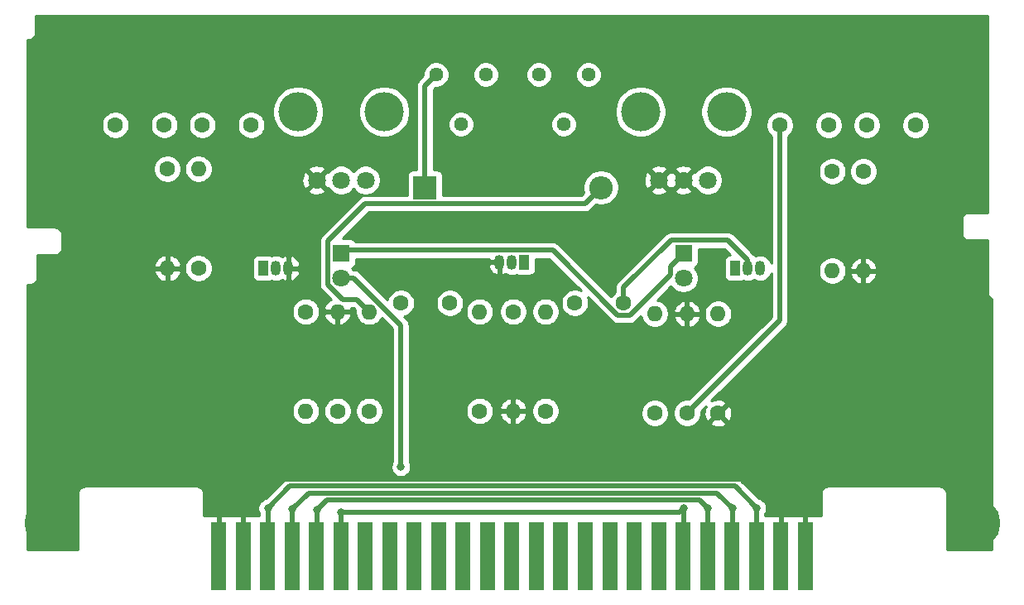
<source format=gbr>
G04 #@! TF.GenerationSoftware,KiCad,Pcbnew,(5.1.7)-1*
G04 #@! TF.CreationDate,2021-02-09T20:34:42-06:00*
G04 #@! TF.ProjectId,ConsolePedalTremolo,436f6e73-6f6c-4655-9065-64616c547265,rev?*
G04 #@! TF.SameCoordinates,Original*
G04 #@! TF.FileFunction,Copper,L2,Bot*
G04 #@! TF.FilePolarity,Positive*
%FSLAX46Y46*%
G04 Gerber Fmt 4.6, Leading zero omitted, Abs format (unit mm)*
G04 Created by KiCad (PCBNEW (5.1.7)-1) date 2021-02-09 20:34:42*
%MOMM*%
%LPD*%
G01*
G04 APERTURE LIST*
G04 #@! TA.AperFunction,ComponentPad*
%ADD10R,1.800000X1.800000*%
G04 #@! TD*
G04 #@! TA.AperFunction,ComponentPad*
%ADD11C,1.800000*%
G04 #@! TD*
G04 #@! TA.AperFunction,ConnectorPad*
%ADD12R,1.500000X7.000000*%
G04 #@! TD*
G04 #@! TA.AperFunction,ComponentPad*
%ADD13C,5.000000*%
G04 #@! TD*
G04 #@! TA.AperFunction,ComponentPad*
%ADD14C,1.600000*%
G04 #@! TD*
G04 #@! TA.AperFunction,ComponentPad*
%ADD15O,1.600000X1.600000*%
G04 #@! TD*
G04 #@! TA.AperFunction,ComponentPad*
%ADD16R,2.400000X2.400000*%
G04 #@! TD*
G04 #@! TA.AperFunction,ComponentPad*
%ADD17O,2.400000X2.400000*%
G04 #@! TD*
G04 #@! TA.AperFunction,ComponentPad*
%ADD18O,1.050000X1.500000*%
G04 #@! TD*
G04 #@! TA.AperFunction,ComponentPad*
%ADD19R,1.050000X1.500000*%
G04 #@! TD*
G04 #@! TA.AperFunction,WasherPad*
%ADD20C,4.000000*%
G04 #@! TD*
G04 #@! TA.AperFunction,ComponentPad*
%ADD21C,1.440000*%
G04 #@! TD*
G04 #@! TA.AperFunction,ViaPad*
%ADD22C,0.800000*%
G04 #@! TD*
G04 #@! TA.AperFunction,Conductor*
%ADD23C,0.500000*%
G04 #@! TD*
G04 #@! TA.AperFunction,Conductor*
%ADD24C,0.254000*%
G04 #@! TD*
G04 #@! TA.AperFunction,Conductor*
%ADD25C,0.100000*%
G04 #@! TD*
G04 APERTURE END LIST*
D10*
G04 #@! TO.P,D1,1*
G04 #@! TO.N,Net-(D1-Pad1)*
X115250000Y-95000000D03*
D11*
G04 #@! TO.P,D1,2*
G04 #@! TO.N,/LEDPower*
X115250000Y-97540000D03*
G04 #@! TD*
G04 #@! TO.P,D2,2*
G04 #@! TO.N,/LEDPower*
X150250000Y-97540000D03*
D10*
G04 #@! TO.P,D2,1*
G04 #@! TO.N,Net-(D1-Pad1)*
X150250000Y-95000000D03*
G04 #@! TD*
D12*
G04 #@! TO.P,J1,26*
G04 #@! TO.N,GND*
X102715000Y-126000000D03*
G04 #@! TO.P,J1,27*
X105215000Y-126000000D03*
G04 #@! TO.P,J1,28*
G04 #@! TO.N,/Input*
X107715000Y-126000000D03*
G04 #@! TO.P,J1,29*
G04 #@! TO.N,/Output*
X110215000Y-126000000D03*
G04 #@! TO.P,J1,30*
G04 #@! TO.N,+9V*
X112715000Y-126000000D03*
G04 #@! TO.P,J1,31*
G04 #@! TO.N,/LEDPower*
X115215000Y-126000000D03*
G04 #@! TO.P,J1,32*
G04 #@! TO.N,N/C*
X117715000Y-126000000D03*
G04 #@! TO.P,J1,33*
X120215000Y-126000000D03*
G04 #@! TO.P,J1,34*
X122715000Y-126000000D03*
G04 #@! TO.P,J1,35*
X125215000Y-126000000D03*
G04 #@! TO.P,J1,36*
X127715000Y-126000000D03*
G04 #@! TO.P,J1,37*
X130215000Y-126000000D03*
G04 #@! TO.P,J1,38*
X132715000Y-126000000D03*
G04 #@! TO.P,J1,39*
X135215000Y-126000000D03*
G04 #@! TO.P,J1,40*
X137715000Y-126000000D03*
G04 #@! TO.P,J1,41*
X140215000Y-126000000D03*
G04 #@! TO.P,J1,42*
X142715000Y-126000000D03*
G04 #@! TO.P,J1,43*
X145215000Y-126000000D03*
G04 #@! TO.P,J1,44*
X147715000Y-126000000D03*
G04 #@! TO.P,J1,45*
G04 #@! TO.N,/LEDPower*
X150215000Y-126000000D03*
G04 #@! TO.P,J1,46*
G04 #@! TO.N,+9V*
X152715000Y-126000000D03*
G04 #@! TO.P,J1,47*
G04 #@! TO.N,/Output*
X155215000Y-126000000D03*
G04 #@! TO.P,J1,48*
G04 #@! TO.N,/Input*
X157715000Y-126000000D03*
G04 #@! TO.P,J1,49*
G04 #@! TO.N,GND*
X160215000Y-126000000D03*
G04 #@! TO.P,J1,50*
X162715000Y-126000000D03*
G04 #@! TD*
D13*
G04 #@! TO.P,H1,1*
G04 #@! TO.N,GND*
X85350000Y-122600000D03*
G04 #@! TD*
G04 #@! TO.P,H2,1*
G04 #@! TO.N,GND*
X180150000Y-122600000D03*
G04 #@! TD*
D14*
G04 #@! TO.P,R3,1*
G04 #@! TO.N,GND*
X153797000Y-111353600D03*
D15*
G04 #@! TO.P,R3,2*
G04 #@! TO.N,Net-(D1-Pad1)*
X153797000Y-101193600D03*
G04 #@! TD*
D16*
G04 #@! TO.P,C5,1*
G04 #@! TO.N,Net-(C5-Pad1)*
X123825000Y-88265000D03*
D17*
G04 #@! TO.P,C5,2*
G04 #@! TO.N,Net-(C5-Pad2)*
X141825000Y-88265000D03*
G04 #@! TD*
D18*
G04 #@! TO.P,Q1,2*
G04 #@! TO.N,Net-(C2-Pad1)*
X156845000Y-96520000D03*
G04 #@! TO.P,Q1,3*
G04 #@! TO.N,Net-(Q1-Pad3)*
X158115000Y-96520000D03*
D19*
G04 #@! TO.P,Q1,1*
G04 #@! TO.N,Net-(C3-Pad1)*
X155575000Y-96520000D03*
G04 #@! TD*
D18*
G04 #@! TO.P,Q2,2*
G04 #@! TO.N,Net-(Q2-Pad2)*
X132715000Y-95885000D03*
G04 #@! TO.P,Q2,3*
G04 #@! TO.N,GND*
X131445000Y-95885000D03*
D19*
G04 #@! TO.P,Q2,1*
G04 #@! TO.N,Net-(Q2-Pad1)*
X133985000Y-95885000D03*
G04 #@! TD*
G04 #@! TO.P,Q3,1*
G04 #@! TO.N,Net-(C5-Pad2)*
X107315000Y-96520000D03*
D18*
G04 #@! TO.P,Q3,3*
G04 #@! TO.N,GND*
X109855000Y-96520000D03*
G04 #@! TO.P,Q3,2*
G04 #@! TO.N,Net-(C4-Pad1)*
X108585000Y-96520000D03*
G04 #@! TD*
D15*
G04 #@! TO.P,R1,2*
G04 #@! TO.N,GND*
X114871500Y-100965000D03*
D14*
G04 #@! TO.P,R1,1*
G04 #@! TO.N,/Input*
X114871500Y-111125000D03*
G04 #@! TD*
D15*
G04 #@! TO.P,R2,2*
G04 #@! TO.N,Net-(C1-Pad1)*
X129413000Y-100965000D03*
D14*
G04 #@! TO.P,R2,1*
G04 #@! TO.N,Net-(C2-Pad2)*
X129413000Y-111125000D03*
G04 #@! TD*
G04 #@! TO.P,R4,1*
G04 #@! TO.N,Net-(C2-Pad2)*
X136144000Y-111125000D03*
D15*
G04 #@! TO.P,R4,2*
G04 #@! TO.N,Net-(Q2-Pad1)*
X136144000Y-100965000D03*
G04 #@! TD*
G04 #@! TO.P,R5,2*
G04 #@! TO.N,GND*
X132842000Y-111125000D03*
D14*
G04 #@! TO.P,R5,1*
G04 #@! TO.N,Net-(Q2-Pad1)*
X132842000Y-100965000D03*
G04 #@! TD*
G04 #@! TO.P,R6,1*
G04 #@! TO.N,Net-(C3-Pad1)*
X165481000Y-86614000D03*
D15*
G04 #@! TO.P,R6,2*
G04 #@! TO.N,Net-(C2-Pad1)*
X165481000Y-96774000D03*
G04 #@! TD*
G04 #@! TO.P,R7,2*
G04 #@! TO.N,Net-(C3-Pad1)*
X147320000Y-101190001D03*
D14*
G04 #@! TO.P,R7,1*
G04 #@! TO.N,+9V*
X147320000Y-111350001D03*
G04 #@! TD*
G04 #@! TO.P,R8,1*
G04 #@! TO.N,Net-(Q1-Pad3)*
X168656000Y-86614000D03*
D15*
G04 #@! TO.P,R8,2*
G04 #@! TO.N,GND*
X168656000Y-96774000D03*
G04 #@! TD*
D14*
G04 #@! TO.P,R9,1*
G04 #@! TO.N,Net-(C4-Pad2)*
X111633000Y-100965000D03*
D15*
G04 #@! TO.P,R9,2*
G04 #@! TO.N,Net-(R9-Pad2)*
X111633000Y-111125000D03*
G04 #@! TD*
D14*
G04 #@! TO.P,R10,1*
G04 #@! TO.N,/Output*
X150622000Y-111340900D03*
D15*
G04 #@! TO.P,R10,2*
G04 #@! TO.N,GND*
X150622000Y-101180900D03*
G04 #@! TD*
G04 #@! TO.P,R11,2*
G04 #@! TO.N,Net-(C4-Pad1)*
X100647500Y-86360000D03*
D14*
G04 #@! TO.P,R11,1*
G04 #@! TO.N,Net-(C5-Pad2)*
X100647500Y-96520000D03*
G04 #@! TD*
D15*
G04 #@! TO.P,R12,2*
G04 #@! TO.N,Net-(C5-Pad2)*
X118110000Y-100965000D03*
D14*
G04 #@! TO.P,R12,1*
G04 #@! TO.N,+9V*
X118110000Y-111125000D03*
G04 #@! TD*
G04 #@! TO.P,R13,1*
G04 #@! TO.N,Net-(C6-Pad1)*
X97472500Y-86360000D03*
D15*
G04 #@! TO.P,R13,2*
G04 #@! TO.N,GND*
X97472500Y-96520000D03*
G04 #@! TD*
D11*
G04 #@! TO.P,RV1,3*
G04 #@! TO.N,GND*
X147750000Y-87500000D03*
G04 #@! TO.P,RV1,2*
X150250000Y-87500000D03*
G04 #@! TO.P,RV1,1*
G04 #@! TO.N,Net-(RV1-Pad1)*
X152750000Y-87500000D03*
D20*
G04 #@! TO.P,RV1,*
G04 #@! TO.N,*
X145850000Y-80500000D03*
X154650000Y-80500000D03*
G04 #@! TD*
G04 #@! TO.P,RV2,*
G04 #@! TO.N,*
X119650000Y-80500000D03*
X110850000Y-80500000D03*
D11*
G04 #@! TO.P,RV2,1*
G04 #@! TO.N,Net-(Q2-Pad2)*
X117750000Y-87500000D03*
G04 #@! TO.P,RV2,2*
G04 #@! TO.N,Net-(RV2-Pad2)*
X115250000Y-87500000D03*
G04 #@! TO.P,RV2,3*
G04 #@! TO.N,GND*
X112750000Y-87500000D03*
G04 #@! TD*
D21*
G04 #@! TO.P,RV3,3*
G04 #@! TO.N,Net-(RV1-Pad1)*
X140545000Y-76708000D03*
G04 #@! TO.P,RV3,2*
X138005000Y-81788000D03*
G04 #@! TO.P,RV3,1*
G04 #@! TO.N,Net-(R9-Pad2)*
X135465000Y-76708000D03*
G04 #@! TD*
G04 #@! TO.P,RV4,1*
G04 #@! TO.N,Net-(C5-Pad1)*
X124965000Y-76708000D03*
G04 #@! TO.P,RV4,2*
G04 #@! TO.N,Net-(RV2-Pad2)*
X127505000Y-81788000D03*
G04 #@! TO.P,RV4,3*
X130045000Y-76708000D03*
G04 #@! TD*
D14*
G04 #@! TO.P,C1,1*
G04 #@! TO.N,Net-(C1-Pad1)*
X126365000Y-100095000D03*
G04 #@! TO.P,C1,2*
G04 #@! TO.N,/Input*
X121365000Y-100095000D03*
G04 #@! TD*
G04 #@! TO.P,C2,1*
G04 #@! TO.N,Net-(C2-Pad1)*
X144145000Y-100095000D03*
G04 #@! TO.P,C2,2*
G04 #@! TO.N,Net-(C2-Pad2)*
X139145000Y-100095000D03*
G04 #@! TD*
G04 #@! TO.P,C3,2*
G04 #@! TO.N,/Output*
X160100000Y-81883200D03*
G04 #@! TO.P,C3,1*
G04 #@! TO.N,Net-(C3-Pad1)*
X165100000Y-81883200D03*
G04 #@! TD*
G04 #@! TO.P,C4,2*
G04 #@! TO.N,Net-(C4-Pad2)*
X101045000Y-81883200D03*
G04 #@! TO.P,C4,1*
G04 #@! TO.N,Net-(C4-Pad1)*
X106045000Y-81883200D03*
G04 #@! TD*
G04 #@! TO.P,C6,1*
G04 #@! TO.N,Net-(C6-Pad1)*
X173990000Y-81883200D03*
G04 #@! TO.P,C6,2*
G04 #@! TO.N,Net-(C5-Pad2)*
X168990000Y-81883200D03*
G04 #@! TD*
G04 #@! TO.P,C7,2*
G04 #@! TO.N,Net-(C6-Pad1)*
X92155000Y-81883200D03*
G04 #@! TO.P,C7,1*
G04 #@! TO.N,Net-(C4-Pad2)*
X97155000Y-81883200D03*
G04 #@! TD*
D22*
G04 #@! TO.N,GND*
X105250000Y-120979000D03*
X160250000Y-120988000D03*
X102750000Y-121038000D03*
X162750000Y-120967000D03*
G04 #@! TO.N,/LEDPower*
X115250000Y-121454000D03*
X150250000Y-121073000D03*
X121348500Y-116840000D03*
G04 #@! TO.N,/Input*
X107750000Y-121066000D03*
X157750000Y-121066000D03*
G04 #@! TO.N,/Output*
X110250000Y-121195000D03*
X155250000Y-121068000D03*
G04 #@! TO.N,+9V*
X112750000Y-121235000D03*
X152750000Y-121108000D03*
G04 #@! TD*
D23*
G04 #@! TO.N,GND*
X105250000Y-126000000D02*
X105250000Y-120979000D01*
X160250000Y-126000000D02*
X160250000Y-120988000D01*
X157384969Y-118122969D02*
X160250000Y-120988000D01*
X108106031Y-118122969D02*
X157384969Y-118122969D01*
X105250000Y-120979000D02*
X108106031Y-118122969D01*
X102750000Y-126000000D02*
X102750000Y-121038000D01*
X162750000Y-120967000D02*
X162750000Y-126000000D01*
X162729000Y-120988000D02*
X162750000Y-120967000D01*
X160250000Y-120988000D02*
X162729000Y-120988000D01*
X105191000Y-121038000D02*
X105250000Y-120979000D01*
X102750000Y-121038000D02*
X105191000Y-121038000D01*
G04 #@! TO.N,Net-(C2-Pad1)*
X156845000Y-95704998D02*
X156845000Y-96520000D01*
X154790001Y-93649999D02*
X156845000Y-95704998D01*
X148989999Y-93649999D02*
X154790001Y-93649999D01*
X144145000Y-98494998D02*
X148989999Y-93649999D01*
X144145000Y-100095000D02*
X144145000Y-98494998D01*
G04 #@! TO.N,/LEDPower*
X115250000Y-126000000D02*
X115250000Y-121454000D01*
X150250000Y-121073000D02*
X150250000Y-126000000D01*
X149869000Y-121454000D02*
X150250000Y-121073000D01*
X115250000Y-121454000D02*
X149869000Y-121454000D01*
X116522792Y-97540000D02*
X121348500Y-102365708D01*
X115250000Y-97540000D02*
X116522792Y-97540000D01*
X121348500Y-102365708D02*
X121348500Y-116840000D01*
X121348500Y-116840000D02*
X121348500Y-116840000D01*
G04 #@! TO.N,/Input*
X107750000Y-121066000D02*
X107750000Y-126000000D01*
X157750000Y-121066000D02*
X157750000Y-126000000D01*
X155506979Y-118822979D02*
X157750000Y-121066000D01*
X109993021Y-118822979D02*
X155506979Y-118822979D01*
X107750000Y-121066000D02*
X109993021Y-118822979D01*
G04 #@! TO.N,/Output*
X110250000Y-121195000D02*
X110250000Y-126000000D01*
X155250000Y-121068000D02*
X155250000Y-126000000D01*
X153704989Y-119522989D02*
X155250000Y-121068000D01*
X111922011Y-119522989D02*
X153704989Y-119522989D01*
X110250000Y-121195000D02*
X111922011Y-119522989D01*
X160100000Y-101862900D02*
X150622000Y-111340900D01*
X160100000Y-81883200D02*
X160100000Y-101862900D01*
G04 #@! TO.N,+9V*
X112750000Y-121235000D02*
X112750000Y-126000000D01*
X152750000Y-121108000D02*
X152750000Y-126000000D01*
X151864999Y-120222999D02*
X152750000Y-121108000D01*
X113762001Y-120222999D02*
X151864999Y-120222999D01*
X112750000Y-121235000D02*
X113762001Y-120222999D01*
G04 #@! TO.N,Net-(D1-Pad1)*
X148899999Y-96350001D02*
X150250000Y-95000000D01*
X144745001Y-101345001D02*
X148899999Y-97190003D01*
X143544999Y-101345001D02*
X144745001Y-101345001D01*
X136884997Y-94684999D02*
X143544999Y-101345001D01*
X115565001Y-94684999D02*
X136884997Y-94684999D01*
X148899999Y-97190003D02*
X148899999Y-96350001D01*
X115250000Y-95000000D02*
X115565001Y-94684999D01*
G04 #@! TO.N,Net-(C5-Pad1)*
X123825000Y-77848000D02*
X124965000Y-76708000D01*
X123825000Y-88265000D02*
X123825000Y-77848000D01*
G04 #@! TO.N,Net-(C5-Pad2)*
X140174999Y-89915001D02*
X141825000Y-88265000D01*
X117724997Y-89915001D02*
X140174999Y-89915001D01*
X113899999Y-93739999D02*
X117724997Y-89915001D01*
X113899999Y-98188001D02*
X113899999Y-93739999D01*
X115426997Y-99714999D02*
X113899999Y-98188001D01*
X116859999Y-99714999D02*
X115426997Y-99714999D01*
X118110000Y-100965000D02*
X116859999Y-99714999D01*
G04 #@! TD*
D24*
G04 #@! TO.N,GND*
X181323001Y-90823000D02*
X179433252Y-90823000D01*
X179400000Y-90819725D01*
X179366748Y-90823000D01*
X179267285Y-90832796D01*
X179139670Y-90871508D01*
X179022059Y-90934372D01*
X178918973Y-91018973D01*
X178834372Y-91122059D01*
X178771508Y-91239670D01*
X178732796Y-91367285D01*
X178719725Y-91500000D01*
X178723001Y-91533262D01*
X178723000Y-92966747D01*
X178719725Y-93000000D01*
X178732796Y-93132715D01*
X178771508Y-93260330D01*
X178834372Y-93377941D01*
X178918973Y-93481027D01*
X179022059Y-93565628D01*
X179139670Y-93628492D01*
X179267285Y-93667204D01*
X179400000Y-93680275D01*
X179433252Y-93677000D01*
X181323000Y-93677000D01*
X181323001Y-98966738D01*
X181319725Y-99000000D01*
X181332796Y-99132715D01*
X181371508Y-99260330D01*
X181434372Y-99377941D01*
X181518973Y-99481027D01*
X181622059Y-99565628D01*
X181739670Y-99628492D01*
X181823001Y-99653770D01*
X181823000Y-125323000D01*
X177177000Y-125323000D01*
X177177000Y-119533252D01*
X177180275Y-119500000D01*
X177167204Y-119367285D01*
X177128492Y-119239670D01*
X177065628Y-119122059D01*
X176981027Y-119018973D01*
X176877941Y-118934372D01*
X176760330Y-118871508D01*
X176632715Y-118832796D01*
X176533252Y-118823000D01*
X176500000Y-118819725D01*
X176466748Y-118823000D01*
X165033252Y-118823000D01*
X165000000Y-118819725D01*
X164966748Y-118823000D01*
X164867285Y-118832796D01*
X164739670Y-118871508D01*
X164622059Y-118934372D01*
X164518973Y-119018973D01*
X164434372Y-119122059D01*
X164371508Y-119239670D01*
X164332796Y-119367285D01*
X164319725Y-119500000D01*
X164323001Y-119533262D01*
X164323001Y-121793000D01*
X158627000Y-121793000D01*
X158627000Y-121602027D01*
X158660115Y-121552467D01*
X158737533Y-121365565D01*
X158777000Y-121167151D01*
X158777000Y-120964849D01*
X158737533Y-120766435D01*
X158660115Y-120579533D01*
X158547723Y-120411326D01*
X158404674Y-120268277D01*
X158236467Y-120155885D01*
X158049565Y-120078467D01*
X157991103Y-120066838D01*
X156157576Y-118233311D01*
X156130112Y-118199846D01*
X155996571Y-118090252D01*
X155844216Y-118008817D01*
X155678901Y-117958669D01*
X155550058Y-117945979D01*
X155506979Y-117941736D01*
X155463900Y-117945979D01*
X110036100Y-117945979D01*
X109993021Y-117941736D01*
X109821098Y-117958669D01*
X109655784Y-118008817D01*
X109503429Y-118090252D01*
X109369888Y-118199846D01*
X109342424Y-118233311D01*
X107508897Y-120066838D01*
X107450435Y-120078467D01*
X107263533Y-120155885D01*
X107095326Y-120268277D01*
X106952277Y-120411326D01*
X106839885Y-120579533D01*
X106762467Y-120766435D01*
X106723000Y-120964849D01*
X106723000Y-121167151D01*
X106762467Y-121365565D01*
X106839885Y-121552467D01*
X106873000Y-121602027D01*
X106873000Y-121793000D01*
X101177000Y-121793000D01*
X101177000Y-119533252D01*
X101180275Y-119500000D01*
X101167204Y-119367285D01*
X101128492Y-119239670D01*
X101065628Y-119122059D01*
X100981027Y-119018973D01*
X100877941Y-118934372D01*
X100760330Y-118871508D01*
X100632715Y-118832796D01*
X100533252Y-118823000D01*
X100500000Y-118819725D01*
X100466748Y-118823000D01*
X89033252Y-118823000D01*
X89000000Y-118819725D01*
X88966748Y-118823000D01*
X88867285Y-118832796D01*
X88739670Y-118871508D01*
X88622059Y-118934372D01*
X88518973Y-119018973D01*
X88434372Y-119122059D01*
X88371508Y-119239670D01*
X88332796Y-119367285D01*
X88319725Y-119500000D01*
X88323000Y-119533252D01*
X88323001Y-125323000D01*
X83177000Y-125323000D01*
X83177000Y-110984453D01*
X110206000Y-110984453D01*
X110206000Y-111265547D01*
X110260838Y-111541241D01*
X110368409Y-111800938D01*
X110524576Y-112034660D01*
X110723340Y-112233424D01*
X110957062Y-112389591D01*
X111216759Y-112497162D01*
X111492453Y-112552000D01*
X111773547Y-112552000D01*
X112049241Y-112497162D01*
X112308938Y-112389591D01*
X112542660Y-112233424D01*
X112741424Y-112034660D01*
X112897591Y-111800938D01*
X113005162Y-111541241D01*
X113060000Y-111265547D01*
X113060000Y-110984453D01*
X113444500Y-110984453D01*
X113444500Y-111265547D01*
X113499338Y-111541241D01*
X113606909Y-111800938D01*
X113763076Y-112034660D01*
X113961840Y-112233424D01*
X114195562Y-112389591D01*
X114455259Y-112497162D01*
X114730953Y-112552000D01*
X115012047Y-112552000D01*
X115287741Y-112497162D01*
X115547438Y-112389591D01*
X115781160Y-112233424D01*
X115979924Y-112034660D01*
X116136091Y-111800938D01*
X116243662Y-111541241D01*
X116298500Y-111265547D01*
X116298500Y-110984453D01*
X116683000Y-110984453D01*
X116683000Y-111265547D01*
X116737838Y-111541241D01*
X116845409Y-111800938D01*
X117001576Y-112034660D01*
X117200340Y-112233424D01*
X117434062Y-112389591D01*
X117693759Y-112497162D01*
X117969453Y-112552000D01*
X118250547Y-112552000D01*
X118526241Y-112497162D01*
X118785938Y-112389591D01*
X119019660Y-112233424D01*
X119218424Y-112034660D01*
X119374591Y-111800938D01*
X119482162Y-111541241D01*
X119537000Y-111265547D01*
X119537000Y-110984453D01*
X119482162Y-110708759D01*
X119374591Y-110449062D01*
X119218424Y-110215340D01*
X119019660Y-110016576D01*
X118785938Y-109860409D01*
X118526241Y-109752838D01*
X118250547Y-109698000D01*
X117969453Y-109698000D01*
X117693759Y-109752838D01*
X117434062Y-109860409D01*
X117200340Y-110016576D01*
X117001576Y-110215340D01*
X116845409Y-110449062D01*
X116737838Y-110708759D01*
X116683000Y-110984453D01*
X116298500Y-110984453D01*
X116243662Y-110708759D01*
X116136091Y-110449062D01*
X115979924Y-110215340D01*
X115781160Y-110016576D01*
X115547438Y-109860409D01*
X115287741Y-109752838D01*
X115012047Y-109698000D01*
X114730953Y-109698000D01*
X114455259Y-109752838D01*
X114195562Y-109860409D01*
X113961840Y-110016576D01*
X113763076Y-110215340D01*
X113606909Y-110449062D01*
X113499338Y-110708759D01*
X113444500Y-110984453D01*
X113060000Y-110984453D01*
X113005162Y-110708759D01*
X112897591Y-110449062D01*
X112741424Y-110215340D01*
X112542660Y-110016576D01*
X112308938Y-109860409D01*
X112049241Y-109752838D01*
X111773547Y-109698000D01*
X111492453Y-109698000D01*
X111216759Y-109752838D01*
X110957062Y-109860409D01*
X110723340Y-110016576D01*
X110524576Y-110215340D01*
X110368409Y-110449062D01*
X110260838Y-110708759D01*
X110206000Y-110984453D01*
X83177000Y-110984453D01*
X83177000Y-100824453D01*
X110206000Y-100824453D01*
X110206000Y-101105547D01*
X110260838Y-101381241D01*
X110368409Y-101640938D01*
X110524576Y-101874660D01*
X110723340Y-102073424D01*
X110957062Y-102229591D01*
X111216759Y-102337162D01*
X111492453Y-102392000D01*
X111773547Y-102392000D01*
X112049241Y-102337162D01*
X112308938Y-102229591D01*
X112542660Y-102073424D01*
X112741424Y-101874660D01*
X112897591Y-101640938D01*
X113005162Y-101381241D01*
X113018528Y-101314040D01*
X113479591Y-101314040D01*
X113574430Y-101578881D01*
X113719115Y-101820131D01*
X113908086Y-102028519D01*
X114134080Y-102196037D01*
X114388413Y-102316246D01*
X114522461Y-102356904D01*
X114744500Y-102234915D01*
X114744500Y-101092000D01*
X114998500Y-101092000D01*
X114998500Y-102234915D01*
X115220539Y-102356904D01*
X115354587Y-102316246D01*
X115608920Y-102196037D01*
X115834914Y-102028519D01*
X116023885Y-101820131D01*
X116168570Y-101578881D01*
X116263409Y-101314040D01*
X116142124Y-101092000D01*
X114998500Y-101092000D01*
X114744500Y-101092000D01*
X113600876Y-101092000D01*
X113479591Y-101314040D01*
X113018528Y-101314040D01*
X113060000Y-101105547D01*
X113060000Y-100824453D01*
X113005162Y-100548759D01*
X112897591Y-100289062D01*
X112741424Y-100055340D01*
X112542660Y-99856576D01*
X112308938Y-99700409D01*
X112049241Y-99592838D01*
X111773547Y-99538000D01*
X111492453Y-99538000D01*
X111216759Y-99592838D01*
X110957062Y-99700409D01*
X110723340Y-99856576D01*
X110524576Y-100055340D01*
X110368409Y-100289062D01*
X110260838Y-100548759D01*
X110206000Y-100824453D01*
X83177000Y-100824453D01*
X83177000Y-98177000D01*
X83466748Y-98177000D01*
X83500000Y-98180275D01*
X83533252Y-98177000D01*
X83632715Y-98167204D01*
X83760330Y-98128492D01*
X83877941Y-98065628D01*
X83981027Y-97981027D01*
X84065628Y-97877941D01*
X84128492Y-97760330D01*
X84167204Y-97632715D01*
X84180275Y-97500000D01*
X84177000Y-97466748D01*
X84177000Y-96869040D01*
X96080591Y-96869040D01*
X96175430Y-97133881D01*
X96320115Y-97375131D01*
X96509086Y-97583519D01*
X96735080Y-97751037D01*
X96989413Y-97871246D01*
X97123461Y-97911904D01*
X97345500Y-97789915D01*
X97345500Y-96647000D01*
X97599500Y-96647000D01*
X97599500Y-97789915D01*
X97821539Y-97911904D01*
X97955587Y-97871246D01*
X98209920Y-97751037D01*
X98435914Y-97583519D01*
X98624885Y-97375131D01*
X98769570Y-97133881D01*
X98864409Y-96869040D01*
X98743124Y-96647000D01*
X97599500Y-96647000D01*
X97345500Y-96647000D01*
X96201876Y-96647000D01*
X96080591Y-96869040D01*
X84177000Y-96869040D01*
X84177000Y-96170960D01*
X96080591Y-96170960D01*
X96201876Y-96393000D01*
X97345500Y-96393000D01*
X97345500Y-95250085D01*
X97599500Y-95250085D01*
X97599500Y-96393000D01*
X98743124Y-96393000D01*
X98750523Y-96379453D01*
X99220500Y-96379453D01*
X99220500Y-96660547D01*
X99275338Y-96936241D01*
X99382909Y-97195938D01*
X99539076Y-97429660D01*
X99737840Y-97628424D01*
X99971562Y-97784591D01*
X100231259Y-97892162D01*
X100506953Y-97947000D01*
X100788047Y-97947000D01*
X101063741Y-97892162D01*
X101323438Y-97784591D01*
X101557160Y-97628424D01*
X101755924Y-97429660D01*
X101912091Y-97195938D01*
X102019662Y-96936241D01*
X102074500Y-96660547D01*
X102074500Y-96379453D01*
X102019662Y-96103759D01*
X101912091Y-95844062D01*
X101862605Y-95770000D01*
X106159967Y-95770000D01*
X106159967Y-97270000D01*
X106172073Y-97392913D01*
X106207925Y-97511103D01*
X106266147Y-97620028D01*
X106344499Y-97715501D01*
X106439972Y-97793853D01*
X106548897Y-97852075D01*
X106667087Y-97887927D01*
X106790000Y-97900033D01*
X107840000Y-97900033D01*
X107962913Y-97887927D01*
X108081103Y-97852075D01*
X108148052Y-97816290D01*
X108359170Y-97880332D01*
X108585000Y-97902574D01*
X108810831Y-97880332D01*
X109027984Y-97814459D01*
X109212352Y-97715913D01*
X109278118Y-97762275D01*
X109487663Y-97855272D01*
X109549190Y-97863964D01*
X109728000Y-97738163D01*
X109728000Y-96892974D01*
X109737000Y-96801594D01*
X109737000Y-96647000D01*
X109982000Y-96647000D01*
X109982000Y-97738163D01*
X110160810Y-97863964D01*
X110222337Y-97855272D01*
X110431882Y-97762275D01*
X110619258Y-97630184D01*
X110777264Y-97464076D01*
X110899828Y-97270334D01*
X110982239Y-97056404D01*
X111021331Y-96830507D01*
X110861598Y-96647000D01*
X109982000Y-96647000D01*
X109737000Y-96647000D01*
X109737000Y-96238405D01*
X109728000Y-96147025D01*
X109728000Y-95301837D01*
X109982000Y-95301837D01*
X109982000Y-96393000D01*
X110861598Y-96393000D01*
X111021331Y-96209493D01*
X110982239Y-95983596D01*
X110899828Y-95769666D01*
X110777264Y-95575924D01*
X110619258Y-95409816D01*
X110431882Y-95277725D01*
X110222337Y-95184728D01*
X110160810Y-95176036D01*
X109982000Y-95301837D01*
X109728000Y-95301837D01*
X109549190Y-95176036D01*
X109487663Y-95184728D01*
X109278118Y-95277725D01*
X109212351Y-95324087D01*
X109027983Y-95225541D01*
X108810830Y-95159668D01*
X108585000Y-95137426D01*
X108359169Y-95159668D01*
X108148052Y-95223710D01*
X108081103Y-95187925D01*
X107962913Y-95152073D01*
X107840000Y-95139967D01*
X106790000Y-95139967D01*
X106667087Y-95152073D01*
X106548897Y-95187925D01*
X106439972Y-95246147D01*
X106344499Y-95324499D01*
X106266147Y-95419972D01*
X106207925Y-95528897D01*
X106172073Y-95647087D01*
X106159967Y-95770000D01*
X101862605Y-95770000D01*
X101755924Y-95610340D01*
X101557160Y-95411576D01*
X101323438Y-95255409D01*
X101063741Y-95147838D01*
X100788047Y-95093000D01*
X100506953Y-95093000D01*
X100231259Y-95147838D01*
X99971562Y-95255409D01*
X99737840Y-95411576D01*
X99539076Y-95610340D01*
X99382909Y-95844062D01*
X99275338Y-96103759D01*
X99220500Y-96379453D01*
X98750523Y-96379453D01*
X98864409Y-96170960D01*
X98769570Y-95906119D01*
X98624885Y-95664869D01*
X98435914Y-95456481D01*
X98209920Y-95288963D01*
X97955587Y-95168754D01*
X97821539Y-95128096D01*
X97599500Y-95250085D01*
X97345500Y-95250085D01*
X97123461Y-95128096D01*
X96989413Y-95168754D01*
X96735080Y-95288963D01*
X96509086Y-95456481D01*
X96320115Y-95664869D01*
X96175430Y-95906119D01*
X96080591Y-96170960D01*
X84177000Y-96170960D01*
X84177000Y-95177000D01*
X85966748Y-95177000D01*
X86000000Y-95180275D01*
X86033252Y-95177000D01*
X86132715Y-95167204D01*
X86260330Y-95128492D01*
X86377941Y-95065628D01*
X86481027Y-94981027D01*
X86565628Y-94877941D01*
X86628492Y-94760330D01*
X86667204Y-94632715D01*
X86680275Y-94500000D01*
X86677000Y-94466748D01*
X86677000Y-93739999D01*
X113018756Y-93739999D01*
X113023000Y-93783088D01*
X113022999Y-98144921D01*
X113018756Y-98188001D01*
X113035689Y-98359923D01*
X113058273Y-98434372D01*
X113085837Y-98525237D01*
X113167272Y-98677592D01*
X113276866Y-98811134D01*
X113310331Y-98838598D01*
X114182711Y-99710978D01*
X114134080Y-99733963D01*
X113908086Y-99901481D01*
X113719115Y-100109869D01*
X113574430Y-100351119D01*
X113479591Y-100615960D01*
X113600876Y-100838000D01*
X114744500Y-100838000D01*
X114744500Y-100818000D01*
X114998500Y-100818000D01*
X114998500Y-100838000D01*
X116142124Y-100838000D01*
X116263409Y-100615960D01*
X116254829Y-100591999D01*
X116496734Y-100591999D01*
X116690663Y-100785928D01*
X116683000Y-100824453D01*
X116683000Y-101105547D01*
X116737838Y-101381241D01*
X116845409Y-101640938D01*
X117001576Y-101874660D01*
X117200340Y-102073424D01*
X117434062Y-102229591D01*
X117693759Y-102337162D01*
X117969453Y-102392000D01*
X118250547Y-102392000D01*
X118526241Y-102337162D01*
X118785938Y-102229591D01*
X119019660Y-102073424D01*
X119218424Y-101874660D01*
X119374591Y-101640938D01*
X119377190Y-101634663D01*
X120471500Y-102728973D01*
X120471501Y-116303971D01*
X120438385Y-116353533D01*
X120360967Y-116540435D01*
X120321500Y-116738849D01*
X120321500Y-116941151D01*
X120360967Y-117139565D01*
X120438385Y-117326467D01*
X120550777Y-117494674D01*
X120693826Y-117637723D01*
X120862033Y-117750115D01*
X121048935Y-117827533D01*
X121247349Y-117867000D01*
X121449651Y-117867000D01*
X121648065Y-117827533D01*
X121834967Y-117750115D01*
X122003174Y-117637723D01*
X122146223Y-117494674D01*
X122258615Y-117326467D01*
X122336033Y-117139565D01*
X122375500Y-116941151D01*
X122375500Y-116738849D01*
X122336033Y-116540435D01*
X122258615Y-116353533D01*
X122225500Y-116303973D01*
X122225500Y-110984453D01*
X127986000Y-110984453D01*
X127986000Y-111265547D01*
X128040838Y-111541241D01*
X128148409Y-111800938D01*
X128304576Y-112034660D01*
X128503340Y-112233424D01*
X128737062Y-112389591D01*
X128996759Y-112497162D01*
X129272453Y-112552000D01*
X129553547Y-112552000D01*
X129829241Y-112497162D01*
X130088938Y-112389591D01*
X130322660Y-112233424D01*
X130521424Y-112034660D01*
X130677591Y-111800938D01*
X130785162Y-111541241D01*
X130798528Y-111474040D01*
X131450091Y-111474040D01*
X131544930Y-111738881D01*
X131689615Y-111980131D01*
X131878586Y-112188519D01*
X132104580Y-112356037D01*
X132358913Y-112476246D01*
X132492961Y-112516904D01*
X132715000Y-112394915D01*
X132715000Y-111252000D01*
X132969000Y-111252000D01*
X132969000Y-112394915D01*
X133191039Y-112516904D01*
X133325087Y-112476246D01*
X133579420Y-112356037D01*
X133805414Y-112188519D01*
X133994385Y-111980131D01*
X134139070Y-111738881D01*
X134233909Y-111474040D01*
X134112624Y-111252000D01*
X132969000Y-111252000D01*
X132715000Y-111252000D01*
X131571376Y-111252000D01*
X131450091Y-111474040D01*
X130798528Y-111474040D01*
X130840000Y-111265547D01*
X130840000Y-110984453D01*
X130798529Y-110775960D01*
X131450091Y-110775960D01*
X131571376Y-110998000D01*
X132715000Y-110998000D01*
X132715000Y-109855085D01*
X132969000Y-109855085D01*
X132969000Y-110998000D01*
X134112624Y-110998000D01*
X134120023Y-110984453D01*
X134717000Y-110984453D01*
X134717000Y-111265547D01*
X134771838Y-111541241D01*
X134879409Y-111800938D01*
X135035576Y-112034660D01*
X135234340Y-112233424D01*
X135468062Y-112389591D01*
X135727759Y-112497162D01*
X136003453Y-112552000D01*
X136284547Y-112552000D01*
X136560241Y-112497162D01*
X136819938Y-112389591D01*
X137053660Y-112233424D01*
X137252424Y-112034660D01*
X137408591Y-111800938D01*
X137516162Y-111541241D01*
X137571000Y-111265547D01*
X137571000Y-111209454D01*
X145893000Y-111209454D01*
X145893000Y-111490548D01*
X145947838Y-111766242D01*
X146055409Y-112025939D01*
X146211576Y-112259661D01*
X146410340Y-112458425D01*
X146644062Y-112614592D01*
X146903759Y-112722163D01*
X147179453Y-112777001D01*
X147460547Y-112777001D01*
X147736241Y-112722163D01*
X147995938Y-112614592D01*
X148229660Y-112458425D01*
X148428424Y-112259661D01*
X148584591Y-112025939D01*
X148692162Y-111766242D01*
X148747000Y-111490548D01*
X148747000Y-111209454D01*
X148692162Y-110933760D01*
X148584591Y-110674063D01*
X148428424Y-110440341D01*
X148229660Y-110241577D01*
X147995938Y-110085410D01*
X147736241Y-109977839D01*
X147460547Y-109923001D01*
X147179453Y-109923001D01*
X146903759Y-109977839D01*
X146644062Y-110085410D01*
X146410340Y-110241577D01*
X146211576Y-110440341D01*
X146055409Y-110674063D01*
X145947838Y-110933760D01*
X145893000Y-111209454D01*
X137571000Y-111209454D01*
X137571000Y-110984453D01*
X137516162Y-110708759D01*
X137408591Y-110449062D01*
X137252424Y-110215340D01*
X137053660Y-110016576D01*
X136819938Y-109860409D01*
X136560241Y-109752838D01*
X136284547Y-109698000D01*
X136003453Y-109698000D01*
X135727759Y-109752838D01*
X135468062Y-109860409D01*
X135234340Y-110016576D01*
X135035576Y-110215340D01*
X134879409Y-110449062D01*
X134771838Y-110708759D01*
X134717000Y-110984453D01*
X134120023Y-110984453D01*
X134233909Y-110775960D01*
X134139070Y-110511119D01*
X133994385Y-110269869D01*
X133805414Y-110061481D01*
X133579420Y-109893963D01*
X133325087Y-109773754D01*
X133191039Y-109733096D01*
X132969000Y-109855085D01*
X132715000Y-109855085D01*
X132492961Y-109733096D01*
X132358913Y-109773754D01*
X132104580Y-109893963D01*
X131878586Y-110061481D01*
X131689615Y-110269869D01*
X131544930Y-110511119D01*
X131450091Y-110775960D01*
X130798529Y-110775960D01*
X130785162Y-110708759D01*
X130677591Y-110449062D01*
X130521424Y-110215340D01*
X130322660Y-110016576D01*
X130088938Y-109860409D01*
X129829241Y-109752838D01*
X129553547Y-109698000D01*
X129272453Y-109698000D01*
X128996759Y-109752838D01*
X128737062Y-109860409D01*
X128503340Y-110016576D01*
X128304576Y-110215340D01*
X128148409Y-110449062D01*
X128040838Y-110708759D01*
X127986000Y-110984453D01*
X122225500Y-110984453D01*
X122225500Y-102408787D01*
X122229743Y-102365708D01*
X122212810Y-102193785D01*
X122162662Y-102028471D01*
X122081227Y-101876116D01*
X121971633Y-101742575D01*
X121938169Y-101715112D01*
X121705320Y-101482263D01*
X121781241Y-101467162D01*
X122040938Y-101359591D01*
X122274660Y-101203424D01*
X122473424Y-101004660D01*
X122629591Y-100770938D01*
X122737162Y-100511241D01*
X122792000Y-100235547D01*
X122792000Y-99954453D01*
X124938000Y-99954453D01*
X124938000Y-100235547D01*
X124992838Y-100511241D01*
X125100409Y-100770938D01*
X125256576Y-101004660D01*
X125455340Y-101203424D01*
X125689062Y-101359591D01*
X125948759Y-101467162D01*
X126224453Y-101522000D01*
X126505547Y-101522000D01*
X126781241Y-101467162D01*
X127040938Y-101359591D01*
X127274660Y-101203424D01*
X127473424Y-101004660D01*
X127593833Y-100824453D01*
X127986000Y-100824453D01*
X127986000Y-101105547D01*
X128040838Y-101381241D01*
X128148409Y-101640938D01*
X128304576Y-101874660D01*
X128503340Y-102073424D01*
X128737062Y-102229591D01*
X128996759Y-102337162D01*
X129272453Y-102392000D01*
X129553547Y-102392000D01*
X129829241Y-102337162D01*
X130088938Y-102229591D01*
X130322660Y-102073424D01*
X130521424Y-101874660D01*
X130677591Y-101640938D01*
X130785162Y-101381241D01*
X130840000Y-101105547D01*
X130840000Y-100824453D01*
X131415000Y-100824453D01*
X131415000Y-101105547D01*
X131469838Y-101381241D01*
X131577409Y-101640938D01*
X131733576Y-101874660D01*
X131932340Y-102073424D01*
X132166062Y-102229591D01*
X132425759Y-102337162D01*
X132701453Y-102392000D01*
X132982547Y-102392000D01*
X133258241Y-102337162D01*
X133517938Y-102229591D01*
X133751660Y-102073424D01*
X133950424Y-101874660D01*
X134106591Y-101640938D01*
X134214162Y-101381241D01*
X134269000Y-101105547D01*
X134269000Y-100824453D01*
X134717000Y-100824453D01*
X134717000Y-101105547D01*
X134771838Y-101381241D01*
X134879409Y-101640938D01*
X135035576Y-101874660D01*
X135234340Y-102073424D01*
X135468062Y-102229591D01*
X135727759Y-102337162D01*
X136003453Y-102392000D01*
X136284547Y-102392000D01*
X136560241Y-102337162D01*
X136819938Y-102229591D01*
X137053660Y-102073424D01*
X137252424Y-101874660D01*
X137408591Y-101640938D01*
X137516162Y-101381241D01*
X137571000Y-101105547D01*
X137571000Y-100824453D01*
X137516162Y-100548759D01*
X137408591Y-100289062D01*
X137252424Y-100055340D01*
X137053660Y-99856576D01*
X136819938Y-99700409D01*
X136560241Y-99592838D01*
X136284547Y-99538000D01*
X136003453Y-99538000D01*
X135727759Y-99592838D01*
X135468062Y-99700409D01*
X135234340Y-99856576D01*
X135035576Y-100055340D01*
X134879409Y-100289062D01*
X134771838Y-100548759D01*
X134717000Y-100824453D01*
X134269000Y-100824453D01*
X134214162Y-100548759D01*
X134106591Y-100289062D01*
X133950424Y-100055340D01*
X133751660Y-99856576D01*
X133517938Y-99700409D01*
X133258241Y-99592838D01*
X132982547Y-99538000D01*
X132701453Y-99538000D01*
X132425759Y-99592838D01*
X132166062Y-99700409D01*
X131932340Y-99856576D01*
X131733576Y-100055340D01*
X131577409Y-100289062D01*
X131469838Y-100548759D01*
X131415000Y-100824453D01*
X130840000Y-100824453D01*
X130785162Y-100548759D01*
X130677591Y-100289062D01*
X130521424Y-100055340D01*
X130322660Y-99856576D01*
X130088938Y-99700409D01*
X129829241Y-99592838D01*
X129553547Y-99538000D01*
X129272453Y-99538000D01*
X128996759Y-99592838D01*
X128737062Y-99700409D01*
X128503340Y-99856576D01*
X128304576Y-100055340D01*
X128148409Y-100289062D01*
X128040838Y-100548759D01*
X127986000Y-100824453D01*
X127593833Y-100824453D01*
X127629591Y-100770938D01*
X127737162Y-100511241D01*
X127792000Y-100235547D01*
X127792000Y-99954453D01*
X127737162Y-99678759D01*
X127629591Y-99419062D01*
X127473424Y-99185340D01*
X127274660Y-98986576D01*
X127040938Y-98830409D01*
X126781241Y-98722838D01*
X126505547Y-98668000D01*
X126224453Y-98668000D01*
X125948759Y-98722838D01*
X125689062Y-98830409D01*
X125455340Y-98986576D01*
X125256576Y-99185340D01*
X125100409Y-99419062D01*
X124992838Y-99678759D01*
X124938000Y-99954453D01*
X122792000Y-99954453D01*
X122737162Y-99678759D01*
X122629591Y-99419062D01*
X122473424Y-99185340D01*
X122274660Y-98986576D01*
X122040938Y-98830409D01*
X121781241Y-98722838D01*
X121505547Y-98668000D01*
X121224453Y-98668000D01*
X120948759Y-98722838D01*
X120689062Y-98830409D01*
X120455340Y-98986576D01*
X120256576Y-99185340D01*
X120100409Y-99419062D01*
X119992838Y-99678759D01*
X119977737Y-99754680D01*
X117173389Y-96950332D01*
X117145925Y-96916867D01*
X117012384Y-96807273D01*
X116860029Y-96725838D01*
X116694714Y-96675690D01*
X116565871Y-96663000D01*
X116522792Y-96658757D01*
X116499231Y-96661078D01*
X116436099Y-96566594D01*
X116360779Y-96491274D01*
X116391103Y-96482075D01*
X116500028Y-96423853D01*
X116595501Y-96345501D01*
X116673853Y-96250028D01*
X116702995Y-96195507D01*
X130278669Y-96195507D01*
X130317761Y-96421404D01*
X130400172Y-96635334D01*
X130522736Y-96829076D01*
X130680742Y-96995184D01*
X130868118Y-97127275D01*
X131077663Y-97220272D01*
X131139190Y-97228964D01*
X131318000Y-97103163D01*
X131318000Y-96012000D01*
X130438402Y-96012000D01*
X130278669Y-96195507D01*
X116702995Y-96195507D01*
X116732075Y-96141103D01*
X116767927Y-96022913D01*
X116780033Y-95900000D01*
X116780033Y-95561999D01*
X130280831Y-95561999D01*
X130278669Y-95574493D01*
X130438402Y-95758000D01*
X131318000Y-95758000D01*
X131318000Y-95738000D01*
X131563000Y-95738000D01*
X131563000Y-96166594D01*
X131572000Y-96257974D01*
X131572000Y-97103163D01*
X131750810Y-97228964D01*
X131812337Y-97220272D01*
X132021882Y-97127275D01*
X132087648Y-97080913D01*
X132272016Y-97179459D01*
X132489169Y-97245332D01*
X132715000Y-97267574D01*
X132940830Y-97245332D01*
X133151948Y-97181290D01*
X133218897Y-97217075D01*
X133337087Y-97252927D01*
X133460000Y-97265033D01*
X134510000Y-97265033D01*
X134632913Y-97252927D01*
X134751103Y-97217075D01*
X134860028Y-97158853D01*
X134955501Y-97080501D01*
X135033853Y-96985028D01*
X135092075Y-96876103D01*
X135127927Y-96757913D01*
X135140033Y-96635000D01*
X135140033Y-95561999D01*
X136521732Y-95561999D01*
X139768366Y-98808633D01*
X139561241Y-98722838D01*
X139285547Y-98668000D01*
X139004453Y-98668000D01*
X138728759Y-98722838D01*
X138469062Y-98830409D01*
X138235340Y-98986576D01*
X138036576Y-99185340D01*
X137880409Y-99419062D01*
X137772838Y-99678759D01*
X137718000Y-99954453D01*
X137718000Y-100235547D01*
X137772838Y-100511241D01*
X137880409Y-100770938D01*
X138036576Y-101004660D01*
X138235340Y-101203424D01*
X138469062Y-101359591D01*
X138728759Y-101467162D01*
X139004453Y-101522000D01*
X139285547Y-101522000D01*
X139561241Y-101467162D01*
X139820938Y-101359591D01*
X140054660Y-101203424D01*
X140253424Y-101004660D01*
X140409591Y-100770938D01*
X140517162Y-100511241D01*
X140572000Y-100235547D01*
X140572000Y-99954453D01*
X140517162Y-99678759D01*
X140431367Y-99471634D01*
X142894402Y-101934669D01*
X142921866Y-101968134D01*
X143055407Y-102077728D01*
X143207762Y-102159163D01*
X143373077Y-102209311D01*
X143501920Y-102222001D01*
X143501921Y-102222001D01*
X143544998Y-102226244D01*
X143588075Y-102222001D01*
X144701922Y-102222001D01*
X144745001Y-102226244D01*
X144788080Y-102222001D01*
X144916923Y-102209311D01*
X145082238Y-102159163D01*
X145234593Y-102077728D01*
X145368134Y-101968134D01*
X145395598Y-101934669D01*
X145910706Y-101419561D01*
X145947838Y-101606242D01*
X146055409Y-101865939D01*
X146211576Y-102099661D01*
X146410340Y-102298425D01*
X146644062Y-102454592D01*
X146903759Y-102562163D01*
X147179453Y-102617001D01*
X147460547Y-102617001D01*
X147736241Y-102562163D01*
X147995938Y-102454592D01*
X148229660Y-102298425D01*
X148428424Y-102099661D01*
X148584591Y-101865939D01*
X148692162Y-101606242D01*
X148707339Y-101529940D01*
X149230091Y-101529940D01*
X149324930Y-101794781D01*
X149469615Y-102036031D01*
X149658586Y-102244419D01*
X149884580Y-102411937D01*
X150138913Y-102532146D01*
X150272961Y-102572804D01*
X150495000Y-102450815D01*
X150495000Y-101307900D01*
X150749000Y-101307900D01*
X150749000Y-102450815D01*
X150971039Y-102572804D01*
X151105087Y-102532146D01*
X151359420Y-102411937D01*
X151585414Y-102244419D01*
X151774385Y-102036031D01*
X151919070Y-101794781D01*
X152013909Y-101529940D01*
X151892624Y-101307900D01*
X150749000Y-101307900D01*
X150495000Y-101307900D01*
X149351376Y-101307900D01*
X149230091Y-101529940D01*
X148707339Y-101529940D01*
X148747000Y-101330548D01*
X148747000Y-101049454D01*
X148703719Y-100831860D01*
X149230091Y-100831860D01*
X149351376Y-101053900D01*
X150495000Y-101053900D01*
X150495000Y-99910985D01*
X150749000Y-99910985D01*
X150749000Y-101053900D01*
X151892624Y-101053900D01*
X151893086Y-101053053D01*
X152370000Y-101053053D01*
X152370000Y-101334147D01*
X152424838Y-101609841D01*
X152532409Y-101869538D01*
X152688576Y-102103260D01*
X152887340Y-102302024D01*
X153121062Y-102458191D01*
X153380759Y-102565762D01*
X153656453Y-102620600D01*
X153937547Y-102620600D01*
X154213241Y-102565762D01*
X154472938Y-102458191D01*
X154706660Y-102302024D01*
X154905424Y-102103260D01*
X155061591Y-101869538D01*
X155169162Y-101609841D01*
X155224000Y-101334147D01*
X155224000Y-101053053D01*
X155169162Y-100777359D01*
X155061591Y-100517662D01*
X154905424Y-100283940D01*
X154706660Y-100085176D01*
X154472938Y-99929009D01*
X154213241Y-99821438D01*
X153937547Y-99766600D01*
X153656453Y-99766600D01*
X153380759Y-99821438D01*
X153121062Y-99929009D01*
X152887340Y-100085176D01*
X152688576Y-100283940D01*
X152532409Y-100517662D01*
X152424838Y-100777359D01*
X152370000Y-101053053D01*
X151893086Y-101053053D01*
X152013909Y-100831860D01*
X151919070Y-100567019D01*
X151774385Y-100325769D01*
X151585414Y-100117381D01*
X151359420Y-99949863D01*
X151105087Y-99829654D01*
X150971039Y-99788996D01*
X150749000Y-99910985D01*
X150495000Y-99910985D01*
X150272961Y-99788996D01*
X150138913Y-99829654D01*
X149884580Y-99949863D01*
X149658586Y-100117381D01*
X149469615Y-100325769D01*
X149324930Y-100567019D01*
X149230091Y-100831860D01*
X148703719Y-100831860D01*
X148692162Y-100773760D01*
X148584591Y-100514063D01*
X148428424Y-100280341D01*
X148229660Y-100081577D01*
X147995938Y-99925410D01*
X147736241Y-99817839D01*
X147549560Y-99780707D01*
X148964951Y-98365316D01*
X149063901Y-98513406D01*
X149276594Y-98726099D01*
X149526694Y-98893210D01*
X149804590Y-99008319D01*
X150099604Y-99067000D01*
X150400396Y-99067000D01*
X150695410Y-99008319D01*
X150973306Y-98893210D01*
X151223406Y-98726099D01*
X151436099Y-98513406D01*
X151603210Y-98263306D01*
X151718319Y-97985410D01*
X151777000Y-97690396D01*
X151777000Y-97389604D01*
X151718319Y-97094590D01*
X151603210Y-96816694D01*
X151436099Y-96566594D01*
X151360779Y-96491274D01*
X151391103Y-96482075D01*
X151500028Y-96423853D01*
X151595501Y-96345501D01*
X151673853Y-96250028D01*
X151732075Y-96141103D01*
X151767927Y-96022913D01*
X151780033Y-95900000D01*
X151780033Y-94526999D01*
X154426736Y-94526999D01*
X155040627Y-95140890D01*
X154927087Y-95152073D01*
X154808897Y-95187925D01*
X154699972Y-95246147D01*
X154604499Y-95324499D01*
X154526147Y-95419972D01*
X154467925Y-95528897D01*
X154432073Y-95647087D01*
X154419967Y-95770000D01*
X154419967Y-97270000D01*
X154432073Y-97392913D01*
X154467925Y-97511103D01*
X154526147Y-97620028D01*
X154604499Y-97715501D01*
X154699972Y-97793853D01*
X154808897Y-97852075D01*
X154927087Y-97887927D01*
X155050000Y-97900033D01*
X156100000Y-97900033D01*
X156222913Y-97887927D01*
X156341103Y-97852075D01*
X156408052Y-97816290D01*
X156619170Y-97880332D01*
X156845000Y-97902574D01*
X157070831Y-97880332D01*
X157287984Y-97814459D01*
X157480001Y-97711825D01*
X157672017Y-97814459D01*
X157889170Y-97880332D01*
X158115000Y-97902574D01*
X158340831Y-97880332D01*
X158557984Y-97814459D01*
X158758114Y-97707488D01*
X158933528Y-97563528D01*
X159077488Y-97388114D01*
X159184459Y-97187983D01*
X159223001Y-97060929D01*
X159223001Y-101499634D01*
X150801072Y-109921563D01*
X150762547Y-109913900D01*
X150481453Y-109913900D01*
X150205759Y-109968738D01*
X149946062Y-110076309D01*
X149712340Y-110232476D01*
X149513576Y-110431240D01*
X149357409Y-110664962D01*
X149249838Y-110924659D01*
X149195000Y-111200353D01*
X149195000Y-111481447D01*
X149249838Y-111757141D01*
X149357409Y-112016838D01*
X149513576Y-112250560D01*
X149712340Y-112449324D01*
X149946062Y-112605491D01*
X150205759Y-112713062D01*
X150481453Y-112767900D01*
X150762547Y-112767900D01*
X151038241Y-112713062D01*
X151297938Y-112605491D01*
X151531660Y-112449324D01*
X151634682Y-112346302D01*
X152983903Y-112346302D01*
X153055486Y-112590271D01*
X153310996Y-112711171D01*
X153585184Y-112779900D01*
X153867512Y-112793817D01*
X154147130Y-112752387D01*
X154413292Y-112657203D01*
X154538514Y-112590271D01*
X154610097Y-112346302D01*
X153797000Y-111533205D01*
X152983903Y-112346302D01*
X151634682Y-112346302D01*
X151730424Y-112250560D01*
X151886591Y-112016838D01*
X151994162Y-111757141D01*
X152049000Y-111481447D01*
X152049000Y-111200353D01*
X152041337Y-111161828D01*
X152532711Y-110670454D01*
X152439429Y-110867596D01*
X152370700Y-111141784D01*
X152356783Y-111424112D01*
X152398213Y-111703730D01*
X152493397Y-111969892D01*
X152560329Y-112095114D01*
X152804298Y-112166697D01*
X153617395Y-111353600D01*
X153976605Y-111353600D01*
X154789702Y-112166697D01*
X155033671Y-112095114D01*
X155154571Y-111839604D01*
X155223300Y-111565416D01*
X155237217Y-111283088D01*
X155195787Y-111003470D01*
X155100603Y-110737308D01*
X155033671Y-110612086D01*
X154789702Y-110540503D01*
X153976605Y-111353600D01*
X153617395Y-111353600D01*
X153603253Y-111339458D01*
X153782858Y-111159853D01*
X153797000Y-111173995D01*
X154610097Y-110360898D01*
X154538514Y-110116929D01*
X154283004Y-109996029D01*
X154008816Y-109927300D01*
X153726488Y-109913383D01*
X153446870Y-109954813D01*
X153180708Y-110049997D01*
X153121545Y-110081620D01*
X160689668Y-102513497D01*
X160723133Y-102486033D01*
X160832727Y-102352492D01*
X160914162Y-102200137D01*
X160964310Y-102034822D01*
X160977000Y-101905979D01*
X160977000Y-101905978D01*
X160981243Y-101862901D01*
X160977000Y-101819824D01*
X160977000Y-96633453D01*
X164054000Y-96633453D01*
X164054000Y-96914547D01*
X164108838Y-97190241D01*
X164216409Y-97449938D01*
X164372576Y-97683660D01*
X164571340Y-97882424D01*
X164805062Y-98038591D01*
X165064759Y-98146162D01*
X165340453Y-98201000D01*
X165621547Y-98201000D01*
X165897241Y-98146162D01*
X166156938Y-98038591D01*
X166390660Y-97882424D01*
X166589424Y-97683660D01*
X166745591Y-97449938D01*
X166853162Y-97190241D01*
X166866528Y-97123040D01*
X167264091Y-97123040D01*
X167358930Y-97387881D01*
X167503615Y-97629131D01*
X167692586Y-97837519D01*
X167918580Y-98005037D01*
X168172913Y-98125246D01*
X168306961Y-98165904D01*
X168529000Y-98043915D01*
X168529000Y-96901000D01*
X168783000Y-96901000D01*
X168783000Y-98043915D01*
X169005039Y-98165904D01*
X169139087Y-98125246D01*
X169393420Y-98005037D01*
X169619414Y-97837519D01*
X169808385Y-97629131D01*
X169953070Y-97387881D01*
X170047909Y-97123040D01*
X169926624Y-96901000D01*
X168783000Y-96901000D01*
X168529000Y-96901000D01*
X167385376Y-96901000D01*
X167264091Y-97123040D01*
X166866528Y-97123040D01*
X166908000Y-96914547D01*
X166908000Y-96633453D01*
X166866529Y-96424960D01*
X167264091Y-96424960D01*
X167385376Y-96647000D01*
X168529000Y-96647000D01*
X168529000Y-95504085D01*
X168783000Y-95504085D01*
X168783000Y-96647000D01*
X169926624Y-96647000D01*
X170047909Y-96424960D01*
X169953070Y-96160119D01*
X169808385Y-95918869D01*
X169619414Y-95710481D01*
X169393420Y-95542963D01*
X169139087Y-95422754D01*
X169005039Y-95382096D01*
X168783000Y-95504085D01*
X168529000Y-95504085D01*
X168306961Y-95382096D01*
X168172913Y-95422754D01*
X167918580Y-95542963D01*
X167692586Y-95710481D01*
X167503615Y-95918869D01*
X167358930Y-96160119D01*
X167264091Y-96424960D01*
X166866529Y-96424960D01*
X166853162Y-96357759D01*
X166745591Y-96098062D01*
X166589424Y-95864340D01*
X166390660Y-95665576D01*
X166156938Y-95509409D01*
X165897241Y-95401838D01*
X165621547Y-95347000D01*
X165340453Y-95347000D01*
X165064759Y-95401838D01*
X164805062Y-95509409D01*
X164571340Y-95665576D01*
X164372576Y-95864340D01*
X164216409Y-96098062D01*
X164108838Y-96357759D01*
X164054000Y-96633453D01*
X160977000Y-96633453D01*
X160977000Y-86473453D01*
X164054000Y-86473453D01*
X164054000Y-86754547D01*
X164108838Y-87030241D01*
X164216409Y-87289938D01*
X164372576Y-87523660D01*
X164571340Y-87722424D01*
X164805062Y-87878591D01*
X165064759Y-87986162D01*
X165340453Y-88041000D01*
X165621547Y-88041000D01*
X165897241Y-87986162D01*
X166156938Y-87878591D01*
X166390660Y-87722424D01*
X166589424Y-87523660D01*
X166745591Y-87289938D01*
X166853162Y-87030241D01*
X166908000Y-86754547D01*
X166908000Y-86473453D01*
X167229000Y-86473453D01*
X167229000Y-86754547D01*
X167283838Y-87030241D01*
X167391409Y-87289938D01*
X167547576Y-87523660D01*
X167746340Y-87722424D01*
X167980062Y-87878591D01*
X168239759Y-87986162D01*
X168515453Y-88041000D01*
X168796547Y-88041000D01*
X169072241Y-87986162D01*
X169331938Y-87878591D01*
X169565660Y-87722424D01*
X169764424Y-87523660D01*
X169920591Y-87289938D01*
X170028162Y-87030241D01*
X170083000Y-86754547D01*
X170083000Y-86473453D01*
X170028162Y-86197759D01*
X169920591Y-85938062D01*
X169764424Y-85704340D01*
X169565660Y-85505576D01*
X169331938Y-85349409D01*
X169072241Y-85241838D01*
X168796547Y-85187000D01*
X168515453Y-85187000D01*
X168239759Y-85241838D01*
X167980062Y-85349409D01*
X167746340Y-85505576D01*
X167547576Y-85704340D01*
X167391409Y-85938062D01*
X167283838Y-86197759D01*
X167229000Y-86473453D01*
X166908000Y-86473453D01*
X166853162Y-86197759D01*
X166745591Y-85938062D01*
X166589424Y-85704340D01*
X166390660Y-85505576D01*
X166156938Y-85349409D01*
X165897241Y-85241838D01*
X165621547Y-85187000D01*
X165340453Y-85187000D01*
X165064759Y-85241838D01*
X164805062Y-85349409D01*
X164571340Y-85505576D01*
X164372576Y-85704340D01*
X164216409Y-85938062D01*
X164108838Y-86197759D01*
X164054000Y-86473453D01*
X160977000Y-86473453D01*
X160977000Y-83013447D01*
X161009660Y-82991624D01*
X161208424Y-82792860D01*
X161364591Y-82559138D01*
X161472162Y-82299441D01*
X161527000Y-82023747D01*
X161527000Y-81742653D01*
X163673000Y-81742653D01*
X163673000Y-82023747D01*
X163727838Y-82299441D01*
X163835409Y-82559138D01*
X163991576Y-82792860D01*
X164190340Y-82991624D01*
X164424062Y-83147791D01*
X164683759Y-83255362D01*
X164959453Y-83310200D01*
X165240547Y-83310200D01*
X165516241Y-83255362D01*
X165775938Y-83147791D01*
X166009660Y-82991624D01*
X166208424Y-82792860D01*
X166364591Y-82559138D01*
X166472162Y-82299441D01*
X166527000Y-82023747D01*
X166527000Y-81742653D01*
X167563000Y-81742653D01*
X167563000Y-82023747D01*
X167617838Y-82299441D01*
X167725409Y-82559138D01*
X167881576Y-82792860D01*
X168080340Y-82991624D01*
X168314062Y-83147791D01*
X168573759Y-83255362D01*
X168849453Y-83310200D01*
X169130547Y-83310200D01*
X169406241Y-83255362D01*
X169665938Y-83147791D01*
X169899660Y-82991624D01*
X170098424Y-82792860D01*
X170254591Y-82559138D01*
X170362162Y-82299441D01*
X170417000Y-82023747D01*
X170417000Y-81742653D01*
X172563000Y-81742653D01*
X172563000Y-82023747D01*
X172617838Y-82299441D01*
X172725409Y-82559138D01*
X172881576Y-82792860D01*
X173080340Y-82991624D01*
X173314062Y-83147791D01*
X173573759Y-83255362D01*
X173849453Y-83310200D01*
X174130547Y-83310200D01*
X174406241Y-83255362D01*
X174665938Y-83147791D01*
X174899660Y-82991624D01*
X175098424Y-82792860D01*
X175254591Y-82559138D01*
X175362162Y-82299441D01*
X175417000Y-82023747D01*
X175417000Y-81742653D01*
X175362162Y-81466959D01*
X175254591Y-81207262D01*
X175098424Y-80973540D01*
X174899660Y-80774776D01*
X174665938Y-80618609D01*
X174406241Y-80511038D01*
X174130547Y-80456200D01*
X173849453Y-80456200D01*
X173573759Y-80511038D01*
X173314062Y-80618609D01*
X173080340Y-80774776D01*
X172881576Y-80973540D01*
X172725409Y-81207262D01*
X172617838Y-81466959D01*
X172563000Y-81742653D01*
X170417000Y-81742653D01*
X170362162Y-81466959D01*
X170254591Y-81207262D01*
X170098424Y-80973540D01*
X169899660Y-80774776D01*
X169665938Y-80618609D01*
X169406241Y-80511038D01*
X169130547Y-80456200D01*
X168849453Y-80456200D01*
X168573759Y-80511038D01*
X168314062Y-80618609D01*
X168080340Y-80774776D01*
X167881576Y-80973540D01*
X167725409Y-81207262D01*
X167617838Y-81466959D01*
X167563000Y-81742653D01*
X166527000Y-81742653D01*
X166472162Y-81466959D01*
X166364591Y-81207262D01*
X166208424Y-80973540D01*
X166009660Y-80774776D01*
X165775938Y-80618609D01*
X165516241Y-80511038D01*
X165240547Y-80456200D01*
X164959453Y-80456200D01*
X164683759Y-80511038D01*
X164424062Y-80618609D01*
X164190340Y-80774776D01*
X163991576Y-80973540D01*
X163835409Y-81207262D01*
X163727838Y-81466959D01*
X163673000Y-81742653D01*
X161527000Y-81742653D01*
X161472162Y-81466959D01*
X161364591Y-81207262D01*
X161208424Y-80973540D01*
X161009660Y-80774776D01*
X160775938Y-80618609D01*
X160516241Y-80511038D01*
X160240547Y-80456200D01*
X159959453Y-80456200D01*
X159683759Y-80511038D01*
X159424062Y-80618609D01*
X159190340Y-80774776D01*
X158991576Y-80973540D01*
X158835409Y-81207262D01*
X158727838Y-81466959D01*
X158673000Y-81742653D01*
X158673000Y-82023747D01*
X158727838Y-82299441D01*
X158835409Y-82559138D01*
X158991576Y-82792860D01*
X159190340Y-82991624D01*
X159223000Y-83013447D01*
X159223001Y-95979070D01*
X159184459Y-95852016D01*
X159077488Y-95651886D01*
X158933528Y-95476472D01*
X158758113Y-95332512D01*
X158557983Y-95225541D01*
X158340830Y-95159668D01*
X158115000Y-95137426D01*
X157889169Y-95159668D01*
X157672016Y-95225541D01*
X157602893Y-95262488D01*
X157577727Y-95215406D01*
X157468133Y-95081865D01*
X157434669Y-95054402D01*
X155440598Y-93060331D01*
X155413134Y-93026866D01*
X155279593Y-92917272D01*
X155127238Y-92835837D01*
X154961923Y-92785689D01*
X154833080Y-92772999D01*
X154790001Y-92768756D01*
X154746922Y-92772999D01*
X149033068Y-92772999D01*
X148989998Y-92768757D01*
X148946929Y-92772999D01*
X148946920Y-92772999D01*
X148818077Y-92785689D01*
X148652762Y-92835837D01*
X148500407Y-92917272D01*
X148366866Y-93026866D01*
X148339402Y-93060331D01*
X143555327Y-97844406D01*
X143521868Y-97871865D01*
X143494409Y-97905324D01*
X143494406Y-97905327D01*
X143412274Y-98005406D01*
X143330838Y-98157762D01*
X143280690Y-98323076D01*
X143263757Y-98494998D01*
X143268001Y-98538087D01*
X143268001Y-98964753D01*
X143235340Y-98986576D01*
X143036576Y-99185340D01*
X142880409Y-99419062D01*
X142874234Y-99433971D01*
X137535594Y-94095331D01*
X137508130Y-94061866D01*
X137374589Y-93952272D01*
X137222234Y-93870837D01*
X137056919Y-93820689D01*
X136928076Y-93807999D01*
X136884997Y-93803756D01*
X136841918Y-93807999D01*
X116704869Y-93807999D01*
X116673853Y-93749972D01*
X116595501Y-93654499D01*
X116500028Y-93576147D01*
X116391103Y-93517925D01*
X116272913Y-93482073D01*
X116150000Y-93469967D01*
X115410296Y-93469967D01*
X118088263Y-90792001D01*
X140131920Y-90792001D01*
X140174999Y-90796244D01*
X140218078Y-90792001D01*
X140346921Y-90779311D01*
X140512236Y-90729163D01*
X140664591Y-90647728D01*
X140798132Y-90538134D01*
X140825596Y-90504669D01*
X141305757Y-90024509D01*
X141645056Y-90092000D01*
X142004944Y-90092000D01*
X142357916Y-90021789D01*
X142690409Y-89884066D01*
X142989645Y-89684124D01*
X143244124Y-89429645D01*
X143444066Y-89130409D01*
X143581789Y-88797916D01*
X143628302Y-88564080D01*
X146865525Y-88564080D01*
X146949208Y-88818261D01*
X147221775Y-88949158D01*
X147514642Y-89024365D01*
X147816553Y-89040991D01*
X148115907Y-88998397D01*
X148401199Y-88898222D01*
X148550792Y-88818261D01*
X148634475Y-88564080D01*
X149365525Y-88564080D01*
X149449208Y-88818261D01*
X149721775Y-88949158D01*
X150014642Y-89024365D01*
X150316553Y-89040991D01*
X150615907Y-88998397D01*
X150901199Y-88898222D01*
X151050792Y-88818261D01*
X151134475Y-88564080D01*
X150250000Y-87679605D01*
X149365525Y-88564080D01*
X148634475Y-88564080D01*
X147750000Y-87679605D01*
X146865525Y-88564080D01*
X143628302Y-88564080D01*
X143652000Y-88444944D01*
X143652000Y-88085056D01*
X143581789Y-87732084D01*
X143513224Y-87566553D01*
X146209009Y-87566553D01*
X146251603Y-87865907D01*
X146351778Y-88151199D01*
X146431739Y-88300792D01*
X146685920Y-88384475D01*
X147570395Y-87500000D01*
X147929605Y-87500000D01*
X148814080Y-88384475D01*
X149000000Y-88323265D01*
X149185920Y-88384475D01*
X150070395Y-87500000D01*
X150429605Y-87500000D01*
X151314080Y-88384475D01*
X151470147Y-88333094D01*
X151563901Y-88473406D01*
X151776594Y-88686099D01*
X152026694Y-88853210D01*
X152304590Y-88968319D01*
X152599604Y-89027000D01*
X152900396Y-89027000D01*
X153195410Y-88968319D01*
X153473306Y-88853210D01*
X153723406Y-88686099D01*
X153936099Y-88473406D01*
X154103210Y-88223306D01*
X154218319Y-87945410D01*
X154277000Y-87650396D01*
X154277000Y-87349604D01*
X154218319Y-87054590D01*
X154103210Y-86776694D01*
X153936099Y-86526594D01*
X153723406Y-86313901D01*
X153473306Y-86146790D01*
X153195410Y-86031681D01*
X152900396Y-85973000D01*
X152599604Y-85973000D01*
X152304590Y-86031681D01*
X152026694Y-86146790D01*
X151776594Y-86313901D01*
X151563901Y-86526594D01*
X151470147Y-86666906D01*
X151314080Y-86615525D01*
X150429605Y-87500000D01*
X150070395Y-87500000D01*
X149185920Y-86615525D01*
X149000000Y-86676735D01*
X148814080Y-86615525D01*
X147929605Y-87500000D01*
X147570395Y-87500000D01*
X146685920Y-86615525D01*
X146431739Y-86699208D01*
X146300842Y-86971775D01*
X146225635Y-87264642D01*
X146209009Y-87566553D01*
X143513224Y-87566553D01*
X143444066Y-87399591D01*
X143244124Y-87100355D01*
X142989645Y-86845876D01*
X142690409Y-86645934D01*
X142357916Y-86508211D01*
X142004944Y-86438000D01*
X141645056Y-86438000D01*
X141292084Y-86508211D01*
X140959591Y-86645934D01*
X140660355Y-86845876D01*
X140405876Y-87100355D01*
X140205934Y-87399591D01*
X140068211Y-87732084D01*
X139998000Y-88085056D01*
X139998000Y-88444944D01*
X140065491Y-88784243D01*
X139811734Y-89038001D01*
X125655033Y-89038001D01*
X125655033Y-87065000D01*
X125642927Y-86942087D01*
X125607075Y-86823897D01*
X125548853Y-86714972D01*
X125470501Y-86619499D01*
X125375028Y-86541147D01*
X125266103Y-86482925D01*
X125147913Y-86447073D01*
X125034676Y-86435920D01*
X146865525Y-86435920D01*
X147750000Y-87320395D01*
X148634475Y-86435920D01*
X149365525Y-86435920D01*
X150250000Y-87320395D01*
X151134475Y-86435920D01*
X151050792Y-86181739D01*
X150778225Y-86050842D01*
X150485358Y-85975635D01*
X150183447Y-85959009D01*
X149884093Y-86001603D01*
X149598801Y-86101778D01*
X149449208Y-86181739D01*
X149365525Y-86435920D01*
X148634475Y-86435920D01*
X148550792Y-86181739D01*
X148278225Y-86050842D01*
X147985358Y-85975635D01*
X147683447Y-85959009D01*
X147384093Y-86001603D01*
X147098801Y-86101778D01*
X146949208Y-86181739D01*
X146865525Y-86435920D01*
X125034676Y-86435920D01*
X125025000Y-86434967D01*
X124702000Y-86434967D01*
X124702000Y-81655332D01*
X126158000Y-81655332D01*
X126158000Y-81920668D01*
X126209764Y-82180906D01*
X126311304Y-82426044D01*
X126458716Y-82646663D01*
X126646337Y-82834284D01*
X126866956Y-82981696D01*
X127112094Y-83083236D01*
X127372332Y-83135000D01*
X127637668Y-83135000D01*
X127897906Y-83083236D01*
X128143044Y-82981696D01*
X128363663Y-82834284D01*
X128551284Y-82646663D01*
X128698696Y-82426044D01*
X128800236Y-82180906D01*
X128852000Y-81920668D01*
X128852000Y-81655332D01*
X136658000Y-81655332D01*
X136658000Y-81920668D01*
X136709764Y-82180906D01*
X136811304Y-82426044D01*
X136958716Y-82646663D01*
X137146337Y-82834284D01*
X137366956Y-82981696D01*
X137612094Y-83083236D01*
X137872332Y-83135000D01*
X138137668Y-83135000D01*
X138397906Y-83083236D01*
X138643044Y-82981696D01*
X138863663Y-82834284D01*
X139051284Y-82646663D01*
X139198696Y-82426044D01*
X139300236Y-82180906D01*
X139352000Y-81920668D01*
X139352000Y-81655332D01*
X139300236Y-81395094D01*
X139198696Y-81149956D01*
X139051284Y-80929337D01*
X138863663Y-80741716D01*
X138643044Y-80594304D01*
X138397906Y-80492764D01*
X138137668Y-80441000D01*
X137872332Y-80441000D01*
X137612094Y-80492764D01*
X137366956Y-80594304D01*
X137146337Y-80741716D01*
X136958716Y-80929337D01*
X136811304Y-81149956D01*
X136709764Y-81395094D01*
X136658000Y-81655332D01*
X128852000Y-81655332D01*
X128800236Y-81395094D01*
X128698696Y-81149956D01*
X128551284Y-80929337D01*
X128363663Y-80741716D01*
X128143044Y-80594304D01*
X127897906Y-80492764D01*
X127637668Y-80441000D01*
X127372332Y-80441000D01*
X127112094Y-80492764D01*
X126866956Y-80594304D01*
X126646337Y-80741716D01*
X126458716Y-80929337D01*
X126311304Y-81149956D01*
X126209764Y-81395094D01*
X126158000Y-81655332D01*
X124702000Y-81655332D01*
X124702000Y-80241263D01*
X143223000Y-80241263D01*
X143223000Y-80758737D01*
X143323954Y-81266268D01*
X143521983Y-81744351D01*
X143809476Y-82174615D01*
X144175385Y-82540524D01*
X144605649Y-82828017D01*
X145083732Y-83026046D01*
X145591263Y-83127000D01*
X146108737Y-83127000D01*
X146616268Y-83026046D01*
X147094351Y-82828017D01*
X147524615Y-82540524D01*
X147890524Y-82174615D01*
X148178017Y-81744351D01*
X148376046Y-81266268D01*
X148477000Y-80758737D01*
X148477000Y-80241263D01*
X152023000Y-80241263D01*
X152023000Y-80758737D01*
X152123954Y-81266268D01*
X152321983Y-81744351D01*
X152609476Y-82174615D01*
X152975385Y-82540524D01*
X153405649Y-82828017D01*
X153883732Y-83026046D01*
X154391263Y-83127000D01*
X154908737Y-83127000D01*
X155416268Y-83026046D01*
X155894351Y-82828017D01*
X156324615Y-82540524D01*
X156690524Y-82174615D01*
X156978017Y-81744351D01*
X157176046Y-81266268D01*
X157277000Y-80758737D01*
X157277000Y-80241263D01*
X157176046Y-79733732D01*
X156978017Y-79255649D01*
X156690524Y-78825385D01*
X156324615Y-78459476D01*
X155894351Y-78171983D01*
X155416268Y-77973954D01*
X154908737Y-77873000D01*
X154391263Y-77873000D01*
X153883732Y-77973954D01*
X153405649Y-78171983D01*
X152975385Y-78459476D01*
X152609476Y-78825385D01*
X152321983Y-79255649D01*
X152123954Y-79733732D01*
X152023000Y-80241263D01*
X148477000Y-80241263D01*
X148376046Y-79733732D01*
X148178017Y-79255649D01*
X147890524Y-78825385D01*
X147524615Y-78459476D01*
X147094351Y-78171983D01*
X146616268Y-77973954D01*
X146108737Y-77873000D01*
X145591263Y-77873000D01*
X145083732Y-77973954D01*
X144605649Y-78171983D01*
X144175385Y-78459476D01*
X143809476Y-78825385D01*
X143521983Y-79255649D01*
X143323954Y-79733732D01*
X143223000Y-80241263D01*
X124702000Y-80241263D01*
X124702000Y-78211265D01*
X124858265Y-78055000D01*
X125097668Y-78055000D01*
X125357906Y-78003236D01*
X125603044Y-77901696D01*
X125823663Y-77754284D01*
X126011284Y-77566663D01*
X126158696Y-77346044D01*
X126260236Y-77100906D01*
X126312000Y-76840668D01*
X126312000Y-76575332D01*
X128698000Y-76575332D01*
X128698000Y-76840668D01*
X128749764Y-77100906D01*
X128851304Y-77346044D01*
X128998716Y-77566663D01*
X129186337Y-77754284D01*
X129406956Y-77901696D01*
X129652094Y-78003236D01*
X129912332Y-78055000D01*
X130177668Y-78055000D01*
X130437906Y-78003236D01*
X130683044Y-77901696D01*
X130903663Y-77754284D01*
X131091284Y-77566663D01*
X131238696Y-77346044D01*
X131340236Y-77100906D01*
X131392000Y-76840668D01*
X131392000Y-76575332D01*
X134118000Y-76575332D01*
X134118000Y-76840668D01*
X134169764Y-77100906D01*
X134271304Y-77346044D01*
X134418716Y-77566663D01*
X134606337Y-77754284D01*
X134826956Y-77901696D01*
X135072094Y-78003236D01*
X135332332Y-78055000D01*
X135597668Y-78055000D01*
X135857906Y-78003236D01*
X136103044Y-77901696D01*
X136323663Y-77754284D01*
X136511284Y-77566663D01*
X136658696Y-77346044D01*
X136760236Y-77100906D01*
X136812000Y-76840668D01*
X136812000Y-76575332D01*
X139198000Y-76575332D01*
X139198000Y-76840668D01*
X139249764Y-77100906D01*
X139351304Y-77346044D01*
X139498716Y-77566663D01*
X139686337Y-77754284D01*
X139906956Y-77901696D01*
X140152094Y-78003236D01*
X140412332Y-78055000D01*
X140677668Y-78055000D01*
X140937906Y-78003236D01*
X141183044Y-77901696D01*
X141403663Y-77754284D01*
X141591284Y-77566663D01*
X141738696Y-77346044D01*
X141840236Y-77100906D01*
X141892000Y-76840668D01*
X141892000Y-76575332D01*
X141840236Y-76315094D01*
X141738696Y-76069956D01*
X141591284Y-75849337D01*
X141403663Y-75661716D01*
X141183044Y-75514304D01*
X140937906Y-75412764D01*
X140677668Y-75361000D01*
X140412332Y-75361000D01*
X140152094Y-75412764D01*
X139906956Y-75514304D01*
X139686337Y-75661716D01*
X139498716Y-75849337D01*
X139351304Y-76069956D01*
X139249764Y-76315094D01*
X139198000Y-76575332D01*
X136812000Y-76575332D01*
X136760236Y-76315094D01*
X136658696Y-76069956D01*
X136511284Y-75849337D01*
X136323663Y-75661716D01*
X136103044Y-75514304D01*
X135857906Y-75412764D01*
X135597668Y-75361000D01*
X135332332Y-75361000D01*
X135072094Y-75412764D01*
X134826956Y-75514304D01*
X134606337Y-75661716D01*
X134418716Y-75849337D01*
X134271304Y-76069956D01*
X134169764Y-76315094D01*
X134118000Y-76575332D01*
X131392000Y-76575332D01*
X131340236Y-76315094D01*
X131238696Y-76069956D01*
X131091284Y-75849337D01*
X130903663Y-75661716D01*
X130683044Y-75514304D01*
X130437906Y-75412764D01*
X130177668Y-75361000D01*
X129912332Y-75361000D01*
X129652094Y-75412764D01*
X129406956Y-75514304D01*
X129186337Y-75661716D01*
X128998716Y-75849337D01*
X128851304Y-76069956D01*
X128749764Y-76315094D01*
X128698000Y-76575332D01*
X126312000Y-76575332D01*
X126260236Y-76315094D01*
X126158696Y-76069956D01*
X126011284Y-75849337D01*
X125823663Y-75661716D01*
X125603044Y-75514304D01*
X125357906Y-75412764D01*
X125097668Y-75361000D01*
X124832332Y-75361000D01*
X124572094Y-75412764D01*
X124326956Y-75514304D01*
X124106337Y-75661716D01*
X123918716Y-75849337D01*
X123771304Y-76069956D01*
X123669764Y-76315094D01*
X123618000Y-76575332D01*
X123618000Y-76814735D01*
X123235327Y-77197408D01*
X123201868Y-77224867D01*
X123174409Y-77258326D01*
X123174406Y-77258329D01*
X123092274Y-77358408D01*
X123010838Y-77510764D01*
X122960690Y-77676078D01*
X122943757Y-77848000D01*
X122948001Y-77891090D01*
X122948000Y-86434967D01*
X122625000Y-86434967D01*
X122502087Y-86447073D01*
X122383897Y-86482925D01*
X122274972Y-86541147D01*
X122179499Y-86619499D01*
X122101147Y-86714972D01*
X122042925Y-86823897D01*
X122007073Y-86942087D01*
X121994967Y-87065000D01*
X121994967Y-89038001D01*
X117768076Y-89038001D01*
X117724996Y-89033758D01*
X117553074Y-89050691D01*
X117459219Y-89079162D01*
X117387760Y-89100839D01*
X117235405Y-89182274D01*
X117101864Y-89291868D01*
X117074405Y-89325327D01*
X113310326Y-93089407D01*
X113276867Y-93116866D01*
X113249408Y-93150325D01*
X113249405Y-93150328D01*
X113167273Y-93250407D01*
X113085837Y-93402763D01*
X113035689Y-93568077D01*
X113018756Y-93739999D01*
X86677000Y-93739999D01*
X86677000Y-93033251D01*
X86680275Y-93000000D01*
X86667204Y-92867285D01*
X86628492Y-92739670D01*
X86565628Y-92622059D01*
X86481027Y-92518973D01*
X86377941Y-92434372D01*
X86260330Y-92371508D01*
X86132715Y-92332796D01*
X86033252Y-92323000D01*
X86000000Y-92319725D01*
X85966748Y-92323000D01*
X83177000Y-92323000D01*
X83177000Y-88564080D01*
X111865525Y-88564080D01*
X111949208Y-88818261D01*
X112221775Y-88949158D01*
X112514642Y-89024365D01*
X112816553Y-89040991D01*
X113115907Y-88998397D01*
X113401199Y-88898222D01*
X113550792Y-88818261D01*
X113634475Y-88564080D01*
X112750000Y-87679605D01*
X111865525Y-88564080D01*
X83177000Y-88564080D01*
X83177000Y-86219453D01*
X96045500Y-86219453D01*
X96045500Y-86500547D01*
X96100338Y-86776241D01*
X96207909Y-87035938D01*
X96364076Y-87269660D01*
X96562840Y-87468424D01*
X96796562Y-87624591D01*
X97056259Y-87732162D01*
X97331953Y-87787000D01*
X97613047Y-87787000D01*
X97888741Y-87732162D01*
X98148438Y-87624591D01*
X98382160Y-87468424D01*
X98580924Y-87269660D01*
X98737091Y-87035938D01*
X98844662Y-86776241D01*
X98899500Y-86500547D01*
X98899500Y-86219453D01*
X99220500Y-86219453D01*
X99220500Y-86500547D01*
X99275338Y-86776241D01*
X99382909Y-87035938D01*
X99539076Y-87269660D01*
X99737840Y-87468424D01*
X99971562Y-87624591D01*
X100231259Y-87732162D01*
X100506953Y-87787000D01*
X100788047Y-87787000D01*
X101063741Y-87732162D01*
X101323438Y-87624591D01*
X101410298Y-87566553D01*
X111209009Y-87566553D01*
X111251603Y-87865907D01*
X111351778Y-88151199D01*
X111431739Y-88300792D01*
X111685920Y-88384475D01*
X112570395Y-87500000D01*
X112929605Y-87500000D01*
X113814080Y-88384475D01*
X113970147Y-88333094D01*
X114063901Y-88473406D01*
X114276594Y-88686099D01*
X114526694Y-88853210D01*
X114804590Y-88968319D01*
X115099604Y-89027000D01*
X115400396Y-89027000D01*
X115695410Y-88968319D01*
X115973306Y-88853210D01*
X116223406Y-88686099D01*
X116436099Y-88473406D01*
X116500000Y-88377771D01*
X116563901Y-88473406D01*
X116776594Y-88686099D01*
X117026694Y-88853210D01*
X117304590Y-88968319D01*
X117599604Y-89027000D01*
X117900396Y-89027000D01*
X118195410Y-88968319D01*
X118473306Y-88853210D01*
X118723406Y-88686099D01*
X118936099Y-88473406D01*
X119103210Y-88223306D01*
X119218319Y-87945410D01*
X119277000Y-87650396D01*
X119277000Y-87349604D01*
X119218319Y-87054590D01*
X119103210Y-86776694D01*
X118936099Y-86526594D01*
X118723406Y-86313901D01*
X118473306Y-86146790D01*
X118195410Y-86031681D01*
X117900396Y-85973000D01*
X117599604Y-85973000D01*
X117304590Y-86031681D01*
X117026694Y-86146790D01*
X116776594Y-86313901D01*
X116563901Y-86526594D01*
X116500000Y-86622229D01*
X116436099Y-86526594D01*
X116223406Y-86313901D01*
X115973306Y-86146790D01*
X115695410Y-86031681D01*
X115400396Y-85973000D01*
X115099604Y-85973000D01*
X114804590Y-86031681D01*
X114526694Y-86146790D01*
X114276594Y-86313901D01*
X114063901Y-86526594D01*
X113970147Y-86666906D01*
X113814080Y-86615525D01*
X112929605Y-87500000D01*
X112570395Y-87500000D01*
X111685920Y-86615525D01*
X111431739Y-86699208D01*
X111300842Y-86971775D01*
X111225635Y-87264642D01*
X111209009Y-87566553D01*
X101410298Y-87566553D01*
X101557160Y-87468424D01*
X101755924Y-87269660D01*
X101912091Y-87035938D01*
X102019662Y-86776241D01*
X102074500Y-86500547D01*
X102074500Y-86435920D01*
X111865525Y-86435920D01*
X112750000Y-87320395D01*
X113634475Y-86435920D01*
X113550792Y-86181739D01*
X113278225Y-86050842D01*
X112985358Y-85975635D01*
X112683447Y-85959009D01*
X112384093Y-86001603D01*
X112098801Y-86101778D01*
X111949208Y-86181739D01*
X111865525Y-86435920D01*
X102074500Y-86435920D01*
X102074500Y-86219453D01*
X102019662Y-85943759D01*
X101912091Y-85684062D01*
X101755924Y-85450340D01*
X101557160Y-85251576D01*
X101323438Y-85095409D01*
X101063741Y-84987838D01*
X100788047Y-84933000D01*
X100506953Y-84933000D01*
X100231259Y-84987838D01*
X99971562Y-85095409D01*
X99737840Y-85251576D01*
X99539076Y-85450340D01*
X99382909Y-85684062D01*
X99275338Y-85943759D01*
X99220500Y-86219453D01*
X98899500Y-86219453D01*
X98844662Y-85943759D01*
X98737091Y-85684062D01*
X98580924Y-85450340D01*
X98382160Y-85251576D01*
X98148438Y-85095409D01*
X97888741Y-84987838D01*
X97613047Y-84933000D01*
X97331953Y-84933000D01*
X97056259Y-84987838D01*
X96796562Y-85095409D01*
X96562840Y-85251576D01*
X96364076Y-85450340D01*
X96207909Y-85684062D01*
X96100338Y-85943759D01*
X96045500Y-86219453D01*
X83177000Y-86219453D01*
X83177000Y-81742653D01*
X90728000Y-81742653D01*
X90728000Y-82023747D01*
X90782838Y-82299441D01*
X90890409Y-82559138D01*
X91046576Y-82792860D01*
X91245340Y-82991624D01*
X91479062Y-83147791D01*
X91738759Y-83255362D01*
X92014453Y-83310200D01*
X92295547Y-83310200D01*
X92571241Y-83255362D01*
X92830938Y-83147791D01*
X93064660Y-82991624D01*
X93263424Y-82792860D01*
X93419591Y-82559138D01*
X93527162Y-82299441D01*
X93582000Y-82023747D01*
X93582000Y-81742653D01*
X95728000Y-81742653D01*
X95728000Y-82023747D01*
X95782838Y-82299441D01*
X95890409Y-82559138D01*
X96046576Y-82792860D01*
X96245340Y-82991624D01*
X96479062Y-83147791D01*
X96738759Y-83255362D01*
X97014453Y-83310200D01*
X97295547Y-83310200D01*
X97571241Y-83255362D01*
X97830938Y-83147791D01*
X98064660Y-82991624D01*
X98263424Y-82792860D01*
X98419591Y-82559138D01*
X98527162Y-82299441D01*
X98582000Y-82023747D01*
X98582000Y-81742653D01*
X99618000Y-81742653D01*
X99618000Y-82023747D01*
X99672838Y-82299441D01*
X99780409Y-82559138D01*
X99936576Y-82792860D01*
X100135340Y-82991624D01*
X100369062Y-83147791D01*
X100628759Y-83255362D01*
X100904453Y-83310200D01*
X101185547Y-83310200D01*
X101461241Y-83255362D01*
X101720938Y-83147791D01*
X101954660Y-82991624D01*
X102153424Y-82792860D01*
X102309591Y-82559138D01*
X102417162Y-82299441D01*
X102472000Y-82023747D01*
X102472000Y-81742653D01*
X104618000Y-81742653D01*
X104618000Y-82023747D01*
X104672838Y-82299441D01*
X104780409Y-82559138D01*
X104936576Y-82792860D01*
X105135340Y-82991624D01*
X105369062Y-83147791D01*
X105628759Y-83255362D01*
X105904453Y-83310200D01*
X106185547Y-83310200D01*
X106461241Y-83255362D01*
X106720938Y-83147791D01*
X106954660Y-82991624D01*
X107153424Y-82792860D01*
X107309591Y-82559138D01*
X107417162Y-82299441D01*
X107472000Y-82023747D01*
X107472000Y-81742653D01*
X107417162Y-81466959D01*
X107309591Y-81207262D01*
X107153424Y-80973540D01*
X106954660Y-80774776D01*
X106720938Y-80618609D01*
X106461241Y-80511038D01*
X106185547Y-80456200D01*
X105904453Y-80456200D01*
X105628759Y-80511038D01*
X105369062Y-80618609D01*
X105135340Y-80774776D01*
X104936576Y-80973540D01*
X104780409Y-81207262D01*
X104672838Y-81466959D01*
X104618000Y-81742653D01*
X102472000Y-81742653D01*
X102417162Y-81466959D01*
X102309591Y-81207262D01*
X102153424Y-80973540D01*
X101954660Y-80774776D01*
X101720938Y-80618609D01*
X101461241Y-80511038D01*
X101185547Y-80456200D01*
X100904453Y-80456200D01*
X100628759Y-80511038D01*
X100369062Y-80618609D01*
X100135340Y-80774776D01*
X99936576Y-80973540D01*
X99780409Y-81207262D01*
X99672838Y-81466959D01*
X99618000Y-81742653D01*
X98582000Y-81742653D01*
X98527162Y-81466959D01*
X98419591Y-81207262D01*
X98263424Y-80973540D01*
X98064660Y-80774776D01*
X97830938Y-80618609D01*
X97571241Y-80511038D01*
X97295547Y-80456200D01*
X97014453Y-80456200D01*
X96738759Y-80511038D01*
X96479062Y-80618609D01*
X96245340Y-80774776D01*
X96046576Y-80973540D01*
X95890409Y-81207262D01*
X95782838Y-81466959D01*
X95728000Y-81742653D01*
X93582000Y-81742653D01*
X93527162Y-81466959D01*
X93419591Y-81207262D01*
X93263424Y-80973540D01*
X93064660Y-80774776D01*
X92830938Y-80618609D01*
X92571241Y-80511038D01*
X92295547Y-80456200D01*
X92014453Y-80456200D01*
X91738759Y-80511038D01*
X91479062Y-80618609D01*
X91245340Y-80774776D01*
X91046576Y-80973540D01*
X90890409Y-81207262D01*
X90782838Y-81466959D01*
X90728000Y-81742653D01*
X83177000Y-81742653D01*
X83177000Y-80241263D01*
X108223000Y-80241263D01*
X108223000Y-80758737D01*
X108323954Y-81266268D01*
X108521983Y-81744351D01*
X108809476Y-82174615D01*
X109175385Y-82540524D01*
X109605649Y-82828017D01*
X110083732Y-83026046D01*
X110591263Y-83127000D01*
X111108737Y-83127000D01*
X111616268Y-83026046D01*
X112094351Y-82828017D01*
X112524615Y-82540524D01*
X112890524Y-82174615D01*
X113178017Y-81744351D01*
X113376046Y-81266268D01*
X113477000Y-80758737D01*
X113477000Y-80241263D01*
X117023000Y-80241263D01*
X117023000Y-80758737D01*
X117123954Y-81266268D01*
X117321983Y-81744351D01*
X117609476Y-82174615D01*
X117975385Y-82540524D01*
X118405649Y-82828017D01*
X118883732Y-83026046D01*
X119391263Y-83127000D01*
X119908737Y-83127000D01*
X120416268Y-83026046D01*
X120894351Y-82828017D01*
X121324615Y-82540524D01*
X121690524Y-82174615D01*
X121978017Y-81744351D01*
X122176046Y-81266268D01*
X122277000Y-80758737D01*
X122277000Y-80241263D01*
X122176046Y-79733732D01*
X121978017Y-79255649D01*
X121690524Y-78825385D01*
X121324615Y-78459476D01*
X120894351Y-78171983D01*
X120416268Y-77973954D01*
X119908737Y-77873000D01*
X119391263Y-77873000D01*
X118883732Y-77973954D01*
X118405649Y-78171983D01*
X117975385Y-78459476D01*
X117609476Y-78825385D01*
X117321983Y-79255649D01*
X117123954Y-79733732D01*
X117023000Y-80241263D01*
X113477000Y-80241263D01*
X113376046Y-79733732D01*
X113178017Y-79255649D01*
X112890524Y-78825385D01*
X112524615Y-78459476D01*
X112094351Y-78171983D01*
X111616268Y-77973954D01*
X111108737Y-77873000D01*
X110591263Y-77873000D01*
X110083732Y-77973954D01*
X109605649Y-78171983D01*
X109175385Y-78459476D01*
X108809476Y-78825385D01*
X108521983Y-79255649D01*
X108323954Y-79733732D01*
X108223000Y-80241263D01*
X83177000Y-80241263D01*
X83177000Y-73177000D01*
X83266748Y-73177000D01*
X83300000Y-73180275D01*
X83333252Y-73177000D01*
X83432715Y-73167204D01*
X83560330Y-73128492D01*
X83677941Y-73065628D01*
X83781027Y-72981027D01*
X83865628Y-72877941D01*
X83928492Y-72760330D01*
X83967204Y-72632715D01*
X83980275Y-72500000D01*
X83977000Y-72466748D01*
X83977000Y-70677000D01*
X181323000Y-70677000D01*
X181323001Y-90823000D01*
G04 #@! TA.AperFunction,Conductor*
D25*
G36*
X181323001Y-90823000D02*
G01*
X179433252Y-90823000D01*
X179400000Y-90819725D01*
X179366748Y-90823000D01*
X179267285Y-90832796D01*
X179139670Y-90871508D01*
X179022059Y-90934372D01*
X178918973Y-91018973D01*
X178834372Y-91122059D01*
X178771508Y-91239670D01*
X178732796Y-91367285D01*
X178719725Y-91500000D01*
X178723001Y-91533262D01*
X178723000Y-92966747D01*
X178719725Y-93000000D01*
X178732796Y-93132715D01*
X178771508Y-93260330D01*
X178834372Y-93377941D01*
X178918973Y-93481027D01*
X179022059Y-93565628D01*
X179139670Y-93628492D01*
X179267285Y-93667204D01*
X179400000Y-93680275D01*
X179433252Y-93677000D01*
X181323000Y-93677000D01*
X181323001Y-98966738D01*
X181319725Y-99000000D01*
X181332796Y-99132715D01*
X181371508Y-99260330D01*
X181434372Y-99377941D01*
X181518973Y-99481027D01*
X181622059Y-99565628D01*
X181739670Y-99628492D01*
X181823001Y-99653770D01*
X181823000Y-125323000D01*
X177177000Y-125323000D01*
X177177000Y-119533252D01*
X177180275Y-119500000D01*
X177167204Y-119367285D01*
X177128492Y-119239670D01*
X177065628Y-119122059D01*
X176981027Y-119018973D01*
X176877941Y-118934372D01*
X176760330Y-118871508D01*
X176632715Y-118832796D01*
X176533252Y-118823000D01*
X176500000Y-118819725D01*
X176466748Y-118823000D01*
X165033252Y-118823000D01*
X165000000Y-118819725D01*
X164966748Y-118823000D01*
X164867285Y-118832796D01*
X164739670Y-118871508D01*
X164622059Y-118934372D01*
X164518973Y-119018973D01*
X164434372Y-119122059D01*
X164371508Y-119239670D01*
X164332796Y-119367285D01*
X164319725Y-119500000D01*
X164323001Y-119533262D01*
X164323001Y-121793000D01*
X158627000Y-121793000D01*
X158627000Y-121602027D01*
X158660115Y-121552467D01*
X158737533Y-121365565D01*
X158777000Y-121167151D01*
X158777000Y-120964849D01*
X158737533Y-120766435D01*
X158660115Y-120579533D01*
X158547723Y-120411326D01*
X158404674Y-120268277D01*
X158236467Y-120155885D01*
X158049565Y-120078467D01*
X157991103Y-120066838D01*
X156157576Y-118233311D01*
X156130112Y-118199846D01*
X155996571Y-118090252D01*
X155844216Y-118008817D01*
X155678901Y-117958669D01*
X155550058Y-117945979D01*
X155506979Y-117941736D01*
X155463900Y-117945979D01*
X110036100Y-117945979D01*
X109993021Y-117941736D01*
X109821098Y-117958669D01*
X109655784Y-118008817D01*
X109503429Y-118090252D01*
X109369888Y-118199846D01*
X109342424Y-118233311D01*
X107508897Y-120066838D01*
X107450435Y-120078467D01*
X107263533Y-120155885D01*
X107095326Y-120268277D01*
X106952277Y-120411326D01*
X106839885Y-120579533D01*
X106762467Y-120766435D01*
X106723000Y-120964849D01*
X106723000Y-121167151D01*
X106762467Y-121365565D01*
X106839885Y-121552467D01*
X106873000Y-121602027D01*
X106873000Y-121793000D01*
X101177000Y-121793000D01*
X101177000Y-119533252D01*
X101180275Y-119500000D01*
X101167204Y-119367285D01*
X101128492Y-119239670D01*
X101065628Y-119122059D01*
X100981027Y-119018973D01*
X100877941Y-118934372D01*
X100760330Y-118871508D01*
X100632715Y-118832796D01*
X100533252Y-118823000D01*
X100500000Y-118819725D01*
X100466748Y-118823000D01*
X89033252Y-118823000D01*
X89000000Y-118819725D01*
X88966748Y-118823000D01*
X88867285Y-118832796D01*
X88739670Y-118871508D01*
X88622059Y-118934372D01*
X88518973Y-119018973D01*
X88434372Y-119122059D01*
X88371508Y-119239670D01*
X88332796Y-119367285D01*
X88319725Y-119500000D01*
X88323000Y-119533252D01*
X88323001Y-125323000D01*
X83177000Y-125323000D01*
X83177000Y-110984453D01*
X110206000Y-110984453D01*
X110206000Y-111265547D01*
X110260838Y-111541241D01*
X110368409Y-111800938D01*
X110524576Y-112034660D01*
X110723340Y-112233424D01*
X110957062Y-112389591D01*
X111216759Y-112497162D01*
X111492453Y-112552000D01*
X111773547Y-112552000D01*
X112049241Y-112497162D01*
X112308938Y-112389591D01*
X112542660Y-112233424D01*
X112741424Y-112034660D01*
X112897591Y-111800938D01*
X113005162Y-111541241D01*
X113060000Y-111265547D01*
X113060000Y-110984453D01*
X113444500Y-110984453D01*
X113444500Y-111265547D01*
X113499338Y-111541241D01*
X113606909Y-111800938D01*
X113763076Y-112034660D01*
X113961840Y-112233424D01*
X114195562Y-112389591D01*
X114455259Y-112497162D01*
X114730953Y-112552000D01*
X115012047Y-112552000D01*
X115287741Y-112497162D01*
X115547438Y-112389591D01*
X115781160Y-112233424D01*
X115979924Y-112034660D01*
X116136091Y-111800938D01*
X116243662Y-111541241D01*
X116298500Y-111265547D01*
X116298500Y-110984453D01*
X116683000Y-110984453D01*
X116683000Y-111265547D01*
X116737838Y-111541241D01*
X116845409Y-111800938D01*
X117001576Y-112034660D01*
X117200340Y-112233424D01*
X117434062Y-112389591D01*
X117693759Y-112497162D01*
X117969453Y-112552000D01*
X118250547Y-112552000D01*
X118526241Y-112497162D01*
X118785938Y-112389591D01*
X119019660Y-112233424D01*
X119218424Y-112034660D01*
X119374591Y-111800938D01*
X119482162Y-111541241D01*
X119537000Y-111265547D01*
X119537000Y-110984453D01*
X119482162Y-110708759D01*
X119374591Y-110449062D01*
X119218424Y-110215340D01*
X119019660Y-110016576D01*
X118785938Y-109860409D01*
X118526241Y-109752838D01*
X118250547Y-109698000D01*
X117969453Y-109698000D01*
X117693759Y-109752838D01*
X117434062Y-109860409D01*
X117200340Y-110016576D01*
X117001576Y-110215340D01*
X116845409Y-110449062D01*
X116737838Y-110708759D01*
X116683000Y-110984453D01*
X116298500Y-110984453D01*
X116243662Y-110708759D01*
X116136091Y-110449062D01*
X115979924Y-110215340D01*
X115781160Y-110016576D01*
X115547438Y-109860409D01*
X115287741Y-109752838D01*
X115012047Y-109698000D01*
X114730953Y-109698000D01*
X114455259Y-109752838D01*
X114195562Y-109860409D01*
X113961840Y-110016576D01*
X113763076Y-110215340D01*
X113606909Y-110449062D01*
X113499338Y-110708759D01*
X113444500Y-110984453D01*
X113060000Y-110984453D01*
X113005162Y-110708759D01*
X112897591Y-110449062D01*
X112741424Y-110215340D01*
X112542660Y-110016576D01*
X112308938Y-109860409D01*
X112049241Y-109752838D01*
X111773547Y-109698000D01*
X111492453Y-109698000D01*
X111216759Y-109752838D01*
X110957062Y-109860409D01*
X110723340Y-110016576D01*
X110524576Y-110215340D01*
X110368409Y-110449062D01*
X110260838Y-110708759D01*
X110206000Y-110984453D01*
X83177000Y-110984453D01*
X83177000Y-100824453D01*
X110206000Y-100824453D01*
X110206000Y-101105547D01*
X110260838Y-101381241D01*
X110368409Y-101640938D01*
X110524576Y-101874660D01*
X110723340Y-102073424D01*
X110957062Y-102229591D01*
X111216759Y-102337162D01*
X111492453Y-102392000D01*
X111773547Y-102392000D01*
X112049241Y-102337162D01*
X112308938Y-102229591D01*
X112542660Y-102073424D01*
X112741424Y-101874660D01*
X112897591Y-101640938D01*
X113005162Y-101381241D01*
X113018528Y-101314040D01*
X113479591Y-101314040D01*
X113574430Y-101578881D01*
X113719115Y-101820131D01*
X113908086Y-102028519D01*
X114134080Y-102196037D01*
X114388413Y-102316246D01*
X114522461Y-102356904D01*
X114744500Y-102234915D01*
X114744500Y-101092000D01*
X114998500Y-101092000D01*
X114998500Y-102234915D01*
X115220539Y-102356904D01*
X115354587Y-102316246D01*
X115608920Y-102196037D01*
X115834914Y-102028519D01*
X116023885Y-101820131D01*
X116168570Y-101578881D01*
X116263409Y-101314040D01*
X116142124Y-101092000D01*
X114998500Y-101092000D01*
X114744500Y-101092000D01*
X113600876Y-101092000D01*
X113479591Y-101314040D01*
X113018528Y-101314040D01*
X113060000Y-101105547D01*
X113060000Y-100824453D01*
X113005162Y-100548759D01*
X112897591Y-100289062D01*
X112741424Y-100055340D01*
X112542660Y-99856576D01*
X112308938Y-99700409D01*
X112049241Y-99592838D01*
X111773547Y-99538000D01*
X111492453Y-99538000D01*
X111216759Y-99592838D01*
X110957062Y-99700409D01*
X110723340Y-99856576D01*
X110524576Y-100055340D01*
X110368409Y-100289062D01*
X110260838Y-100548759D01*
X110206000Y-100824453D01*
X83177000Y-100824453D01*
X83177000Y-98177000D01*
X83466748Y-98177000D01*
X83500000Y-98180275D01*
X83533252Y-98177000D01*
X83632715Y-98167204D01*
X83760330Y-98128492D01*
X83877941Y-98065628D01*
X83981027Y-97981027D01*
X84065628Y-97877941D01*
X84128492Y-97760330D01*
X84167204Y-97632715D01*
X84180275Y-97500000D01*
X84177000Y-97466748D01*
X84177000Y-96869040D01*
X96080591Y-96869040D01*
X96175430Y-97133881D01*
X96320115Y-97375131D01*
X96509086Y-97583519D01*
X96735080Y-97751037D01*
X96989413Y-97871246D01*
X97123461Y-97911904D01*
X97345500Y-97789915D01*
X97345500Y-96647000D01*
X97599500Y-96647000D01*
X97599500Y-97789915D01*
X97821539Y-97911904D01*
X97955587Y-97871246D01*
X98209920Y-97751037D01*
X98435914Y-97583519D01*
X98624885Y-97375131D01*
X98769570Y-97133881D01*
X98864409Y-96869040D01*
X98743124Y-96647000D01*
X97599500Y-96647000D01*
X97345500Y-96647000D01*
X96201876Y-96647000D01*
X96080591Y-96869040D01*
X84177000Y-96869040D01*
X84177000Y-96170960D01*
X96080591Y-96170960D01*
X96201876Y-96393000D01*
X97345500Y-96393000D01*
X97345500Y-95250085D01*
X97599500Y-95250085D01*
X97599500Y-96393000D01*
X98743124Y-96393000D01*
X98750523Y-96379453D01*
X99220500Y-96379453D01*
X99220500Y-96660547D01*
X99275338Y-96936241D01*
X99382909Y-97195938D01*
X99539076Y-97429660D01*
X99737840Y-97628424D01*
X99971562Y-97784591D01*
X100231259Y-97892162D01*
X100506953Y-97947000D01*
X100788047Y-97947000D01*
X101063741Y-97892162D01*
X101323438Y-97784591D01*
X101557160Y-97628424D01*
X101755924Y-97429660D01*
X101912091Y-97195938D01*
X102019662Y-96936241D01*
X102074500Y-96660547D01*
X102074500Y-96379453D01*
X102019662Y-96103759D01*
X101912091Y-95844062D01*
X101862605Y-95770000D01*
X106159967Y-95770000D01*
X106159967Y-97270000D01*
X106172073Y-97392913D01*
X106207925Y-97511103D01*
X106266147Y-97620028D01*
X106344499Y-97715501D01*
X106439972Y-97793853D01*
X106548897Y-97852075D01*
X106667087Y-97887927D01*
X106790000Y-97900033D01*
X107840000Y-97900033D01*
X107962913Y-97887927D01*
X108081103Y-97852075D01*
X108148052Y-97816290D01*
X108359170Y-97880332D01*
X108585000Y-97902574D01*
X108810831Y-97880332D01*
X109027984Y-97814459D01*
X109212352Y-97715913D01*
X109278118Y-97762275D01*
X109487663Y-97855272D01*
X109549190Y-97863964D01*
X109728000Y-97738163D01*
X109728000Y-96892974D01*
X109737000Y-96801594D01*
X109737000Y-96647000D01*
X109982000Y-96647000D01*
X109982000Y-97738163D01*
X110160810Y-97863964D01*
X110222337Y-97855272D01*
X110431882Y-97762275D01*
X110619258Y-97630184D01*
X110777264Y-97464076D01*
X110899828Y-97270334D01*
X110982239Y-97056404D01*
X111021331Y-96830507D01*
X110861598Y-96647000D01*
X109982000Y-96647000D01*
X109737000Y-96647000D01*
X109737000Y-96238405D01*
X109728000Y-96147025D01*
X109728000Y-95301837D01*
X109982000Y-95301837D01*
X109982000Y-96393000D01*
X110861598Y-96393000D01*
X111021331Y-96209493D01*
X110982239Y-95983596D01*
X110899828Y-95769666D01*
X110777264Y-95575924D01*
X110619258Y-95409816D01*
X110431882Y-95277725D01*
X110222337Y-95184728D01*
X110160810Y-95176036D01*
X109982000Y-95301837D01*
X109728000Y-95301837D01*
X109549190Y-95176036D01*
X109487663Y-95184728D01*
X109278118Y-95277725D01*
X109212351Y-95324087D01*
X109027983Y-95225541D01*
X108810830Y-95159668D01*
X108585000Y-95137426D01*
X108359169Y-95159668D01*
X108148052Y-95223710D01*
X108081103Y-95187925D01*
X107962913Y-95152073D01*
X107840000Y-95139967D01*
X106790000Y-95139967D01*
X106667087Y-95152073D01*
X106548897Y-95187925D01*
X106439972Y-95246147D01*
X106344499Y-95324499D01*
X106266147Y-95419972D01*
X106207925Y-95528897D01*
X106172073Y-95647087D01*
X106159967Y-95770000D01*
X101862605Y-95770000D01*
X101755924Y-95610340D01*
X101557160Y-95411576D01*
X101323438Y-95255409D01*
X101063741Y-95147838D01*
X100788047Y-95093000D01*
X100506953Y-95093000D01*
X100231259Y-95147838D01*
X99971562Y-95255409D01*
X99737840Y-95411576D01*
X99539076Y-95610340D01*
X99382909Y-95844062D01*
X99275338Y-96103759D01*
X99220500Y-96379453D01*
X98750523Y-96379453D01*
X98864409Y-96170960D01*
X98769570Y-95906119D01*
X98624885Y-95664869D01*
X98435914Y-95456481D01*
X98209920Y-95288963D01*
X97955587Y-95168754D01*
X97821539Y-95128096D01*
X97599500Y-95250085D01*
X97345500Y-95250085D01*
X97123461Y-95128096D01*
X96989413Y-95168754D01*
X96735080Y-95288963D01*
X96509086Y-95456481D01*
X96320115Y-95664869D01*
X96175430Y-95906119D01*
X96080591Y-96170960D01*
X84177000Y-96170960D01*
X84177000Y-95177000D01*
X85966748Y-95177000D01*
X86000000Y-95180275D01*
X86033252Y-95177000D01*
X86132715Y-95167204D01*
X86260330Y-95128492D01*
X86377941Y-95065628D01*
X86481027Y-94981027D01*
X86565628Y-94877941D01*
X86628492Y-94760330D01*
X86667204Y-94632715D01*
X86680275Y-94500000D01*
X86677000Y-94466748D01*
X86677000Y-93739999D01*
X113018756Y-93739999D01*
X113023000Y-93783088D01*
X113022999Y-98144921D01*
X113018756Y-98188001D01*
X113035689Y-98359923D01*
X113058273Y-98434372D01*
X113085837Y-98525237D01*
X113167272Y-98677592D01*
X113276866Y-98811134D01*
X113310331Y-98838598D01*
X114182711Y-99710978D01*
X114134080Y-99733963D01*
X113908086Y-99901481D01*
X113719115Y-100109869D01*
X113574430Y-100351119D01*
X113479591Y-100615960D01*
X113600876Y-100838000D01*
X114744500Y-100838000D01*
X114744500Y-100818000D01*
X114998500Y-100818000D01*
X114998500Y-100838000D01*
X116142124Y-100838000D01*
X116263409Y-100615960D01*
X116254829Y-100591999D01*
X116496734Y-100591999D01*
X116690663Y-100785928D01*
X116683000Y-100824453D01*
X116683000Y-101105547D01*
X116737838Y-101381241D01*
X116845409Y-101640938D01*
X117001576Y-101874660D01*
X117200340Y-102073424D01*
X117434062Y-102229591D01*
X117693759Y-102337162D01*
X117969453Y-102392000D01*
X118250547Y-102392000D01*
X118526241Y-102337162D01*
X118785938Y-102229591D01*
X119019660Y-102073424D01*
X119218424Y-101874660D01*
X119374591Y-101640938D01*
X119377190Y-101634663D01*
X120471500Y-102728973D01*
X120471501Y-116303971D01*
X120438385Y-116353533D01*
X120360967Y-116540435D01*
X120321500Y-116738849D01*
X120321500Y-116941151D01*
X120360967Y-117139565D01*
X120438385Y-117326467D01*
X120550777Y-117494674D01*
X120693826Y-117637723D01*
X120862033Y-117750115D01*
X121048935Y-117827533D01*
X121247349Y-117867000D01*
X121449651Y-117867000D01*
X121648065Y-117827533D01*
X121834967Y-117750115D01*
X122003174Y-117637723D01*
X122146223Y-117494674D01*
X122258615Y-117326467D01*
X122336033Y-117139565D01*
X122375500Y-116941151D01*
X122375500Y-116738849D01*
X122336033Y-116540435D01*
X122258615Y-116353533D01*
X122225500Y-116303973D01*
X122225500Y-110984453D01*
X127986000Y-110984453D01*
X127986000Y-111265547D01*
X128040838Y-111541241D01*
X128148409Y-111800938D01*
X128304576Y-112034660D01*
X128503340Y-112233424D01*
X128737062Y-112389591D01*
X128996759Y-112497162D01*
X129272453Y-112552000D01*
X129553547Y-112552000D01*
X129829241Y-112497162D01*
X130088938Y-112389591D01*
X130322660Y-112233424D01*
X130521424Y-112034660D01*
X130677591Y-111800938D01*
X130785162Y-111541241D01*
X130798528Y-111474040D01*
X131450091Y-111474040D01*
X131544930Y-111738881D01*
X131689615Y-111980131D01*
X131878586Y-112188519D01*
X132104580Y-112356037D01*
X132358913Y-112476246D01*
X132492961Y-112516904D01*
X132715000Y-112394915D01*
X132715000Y-111252000D01*
X132969000Y-111252000D01*
X132969000Y-112394915D01*
X133191039Y-112516904D01*
X133325087Y-112476246D01*
X133579420Y-112356037D01*
X133805414Y-112188519D01*
X133994385Y-111980131D01*
X134139070Y-111738881D01*
X134233909Y-111474040D01*
X134112624Y-111252000D01*
X132969000Y-111252000D01*
X132715000Y-111252000D01*
X131571376Y-111252000D01*
X131450091Y-111474040D01*
X130798528Y-111474040D01*
X130840000Y-111265547D01*
X130840000Y-110984453D01*
X130798529Y-110775960D01*
X131450091Y-110775960D01*
X131571376Y-110998000D01*
X132715000Y-110998000D01*
X132715000Y-109855085D01*
X132969000Y-109855085D01*
X132969000Y-110998000D01*
X134112624Y-110998000D01*
X134120023Y-110984453D01*
X134717000Y-110984453D01*
X134717000Y-111265547D01*
X134771838Y-111541241D01*
X134879409Y-111800938D01*
X135035576Y-112034660D01*
X135234340Y-112233424D01*
X135468062Y-112389591D01*
X135727759Y-112497162D01*
X136003453Y-112552000D01*
X136284547Y-112552000D01*
X136560241Y-112497162D01*
X136819938Y-112389591D01*
X137053660Y-112233424D01*
X137252424Y-112034660D01*
X137408591Y-111800938D01*
X137516162Y-111541241D01*
X137571000Y-111265547D01*
X137571000Y-111209454D01*
X145893000Y-111209454D01*
X145893000Y-111490548D01*
X145947838Y-111766242D01*
X146055409Y-112025939D01*
X146211576Y-112259661D01*
X146410340Y-112458425D01*
X146644062Y-112614592D01*
X146903759Y-112722163D01*
X147179453Y-112777001D01*
X147460547Y-112777001D01*
X147736241Y-112722163D01*
X147995938Y-112614592D01*
X148229660Y-112458425D01*
X148428424Y-112259661D01*
X148584591Y-112025939D01*
X148692162Y-111766242D01*
X148747000Y-111490548D01*
X148747000Y-111209454D01*
X148692162Y-110933760D01*
X148584591Y-110674063D01*
X148428424Y-110440341D01*
X148229660Y-110241577D01*
X147995938Y-110085410D01*
X147736241Y-109977839D01*
X147460547Y-109923001D01*
X147179453Y-109923001D01*
X146903759Y-109977839D01*
X146644062Y-110085410D01*
X146410340Y-110241577D01*
X146211576Y-110440341D01*
X146055409Y-110674063D01*
X145947838Y-110933760D01*
X145893000Y-111209454D01*
X137571000Y-111209454D01*
X137571000Y-110984453D01*
X137516162Y-110708759D01*
X137408591Y-110449062D01*
X137252424Y-110215340D01*
X137053660Y-110016576D01*
X136819938Y-109860409D01*
X136560241Y-109752838D01*
X136284547Y-109698000D01*
X136003453Y-109698000D01*
X135727759Y-109752838D01*
X135468062Y-109860409D01*
X135234340Y-110016576D01*
X135035576Y-110215340D01*
X134879409Y-110449062D01*
X134771838Y-110708759D01*
X134717000Y-110984453D01*
X134120023Y-110984453D01*
X134233909Y-110775960D01*
X134139070Y-110511119D01*
X133994385Y-110269869D01*
X133805414Y-110061481D01*
X133579420Y-109893963D01*
X133325087Y-109773754D01*
X133191039Y-109733096D01*
X132969000Y-109855085D01*
X132715000Y-109855085D01*
X132492961Y-109733096D01*
X132358913Y-109773754D01*
X132104580Y-109893963D01*
X131878586Y-110061481D01*
X131689615Y-110269869D01*
X131544930Y-110511119D01*
X131450091Y-110775960D01*
X130798529Y-110775960D01*
X130785162Y-110708759D01*
X130677591Y-110449062D01*
X130521424Y-110215340D01*
X130322660Y-110016576D01*
X130088938Y-109860409D01*
X129829241Y-109752838D01*
X129553547Y-109698000D01*
X129272453Y-109698000D01*
X128996759Y-109752838D01*
X128737062Y-109860409D01*
X128503340Y-110016576D01*
X128304576Y-110215340D01*
X128148409Y-110449062D01*
X128040838Y-110708759D01*
X127986000Y-110984453D01*
X122225500Y-110984453D01*
X122225500Y-102408787D01*
X122229743Y-102365708D01*
X122212810Y-102193785D01*
X122162662Y-102028471D01*
X122081227Y-101876116D01*
X121971633Y-101742575D01*
X121938169Y-101715112D01*
X121705320Y-101482263D01*
X121781241Y-101467162D01*
X122040938Y-101359591D01*
X122274660Y-101203424D01*
X122473424Y-101004660D01*
X122629591Y-100770938D01*
X122737162Y-100511241D01*
X122792000Y-100235547D01*
X122792000Y-99954453D01*
X124938000Y-99954453D01*
X124938000Y-100235547D01*
X124992838Y-100511241D01*
X125100409Y-100770938D01*
X125256576Y-101004660D01*
X125455340Y-101203424D01*
X125689062Y-101359591D01*
X125948759Y-101467162D01*
X126224453Y-101522000D01*
X126505547Y-101522000D01*
X126781241Y-101467162D01*
X127040938Y-101359591D01*
X127274660Y-101203424D01*
X127473424Y-101004660D01*
X127593833Y-100824453D01*
X127986000Y-100824453D01*
X127986000Y-101105547D01*
X128040838Y-101381241D01*
X128148409Y-101640938D01*
X128304576Y-101874660D01*
X128503340Y-102073424D01*
X128737062Y-102229591D01*
X128996759Y-102337162D01*
X129272453Y-102392000D01*
X129553547Y-102392000D01*
X129829241Y-102337162D01*
X130088938Y-102229591D01*
X130322660Y-102073424D01*
X130521424Y-101874660D01*
X130677591Y-101640938D01*
X130785162Y-101381241D01*
X130840000Y-101105547D01*
X130840000Y-100824453D01*
X131415000Y-100824453D01*
X131415000Y-101105547D01*
X131469838Y-101381241D01*
X131577409Y-101640938D01*
X131733576Y-101874660D01*
X131932340Y-102073424D01*
X132166062Y-102229591D01*
X132425759Y-102337162D01*
X132701453Y-102392000D01*
X132982547Y-102392000D01*
X133258241Y-102337162D01*
X133517938Y-102229591D01*
X133751660Y-102073424D01*
X133950424Y-101874660D01*
X134106591Y-101640938D01*
X134214162Y-101381241D01*
X134269000Y-101105547D01*
X134269000Y-100824453D01*
X134717000Y-100824453D01*
X134717000Y-101105547D01*
X134771838Y-101381241D01*
X134879409Y-101640938D01*
X135035576Y-101874660D01*
X135234340Y-102073424D01*
X135468062Y-102229591D01*
X135727759Y-102337162D01*
X136003453Y-102392000D01*
X136284547Y-102392000D01*
X136560241Y-102337162D01*
X136819938Y-102229591D01*
X137053660Y-102073424D01*
X137252424Y-101874660D01*
X137408591Y-101640938D01*
X137516162Y-101381241D01*
X137571000Y-101105547D01*
X137571000Y-100824453D01*
X137516162Y-100548759D01*
X137408591Y-100289062D01*
X137252424Y-100055340D01*
X137053660Y-99856576D01*
X136819938Y-99700409D01*
X136560241Y-99592838D01*
X136284547Y-99538000D01*
X136003453Y-99538000D01*
X135727759Y-99592838D01*
X135468062Y-99700409D01*
X135234340Y-99856576D01*
X135035576Y-100055340D01*
X134879409Y-100289062D01*
X134771838Y-100548759D01*
X134717000Y-100824453D01*
X134269000Y-100824453D01*
X134214162Y-100548759D01*
X134106591Y-100289062D01*
X133950424Y-100055340D01*
X133751660Y-99856576D01*
X133517938Y-99700409D01*
X133258241Y-99592838D01*
X132982547Y-99538000D01*
X132701453Y-99538000D01*
X132425759Y-99592838D01*
X132166062Y-99700409D01*
X131932340Y-99856576D01*
X131733576Y-100055340D01*
X131577409Y-100289062D01*
X131469838Y-100548759D01*
X131415000Y-100824453D01*
X130840000Y-100824453D01*
X130785162Y-100548759D01*
X130677591Y-100289062D01*
X130521424Y-100055340D01*
X130322660Y-99856576D01*
X130088938Y-99700409D01*
X129829241Y-99592838D01*
X129553547Y-99538000D01*
X129272453Y-99538000D01*
X128996759Y-99592838D01*
X128737062Y-99700409D01*
X128503340Y-99856576D01*
X128304576Y-100055340D01*
X128148409Y-100289062D01*
X128040838Y-100548759D01*
X127986000Y-100824453D01*
X127593833Y-100824453D01*
X127629591Y-100770938D01*
X127737162Y-100511241D01*
X127792000Y-100235547D01*
X127792000Y-99954453D01*
X127737162Y-99678759D01*
X127629591Y-99419062D01*
X127473424Y-99185340D01*
X127274660Y-98986576D01*
X127040938Y-98830409D01*
X126781241Y-98722838D01*
X126505547Y-98668000D01*
X126224453Y-98668000D01*
X125948759Y-98722838D01*
X125689062Y-98830409D01*
X125455340Y-98986576D01*
X125256576Y-99185340D01*
X125100409Y-99419062D01*
X124992838Y-99678759D01*
X124938000Y-99954453D01*
X122792000Y-99954453D01*
X122737162Y-99678759D01*
X122629591Y-99419062D01*
X122473424Y-99185340D01*
X122274660Y-98986576D01*
X122040938Y-98830409D01*
X121781241Y-98722838D01*
X121505547Y-98668000D01*
X121224453Y-98668000D01*
X120948759Y-98722838D01*
X120689062Y-98830409D01*
X120455340Y-98986576D01*
X120256576Y-99185340D01*
X120100409Y-99419062D01*
X119992838Y-99678759D01*
X119977737Y-99754680D01*
X117173389Y-96950332D01*
X117145925Y-96916867D01*
X117012384Y-96807273D01*
X116860029Y-96725838D01*
X116694714Y-96675690D01*
X116565871Y-96663000D01*
X116522792Y-96658757D01*
X116499231Y-96661078D01*
X116436099Y-96566594D01*
X116360779Y-96491274D01*
X116391103Y-96482075D01*
X116500028Y-96423853D01*
X116595501Y-96345501D01*
X116673853Y-96250028D01*
X116702995Y-96195507D01*
X130278669Y-96195507D01*
X130317761Y-96421404D01*
X130400172Y-96635334D01*
X130522736Y-96829076D01*
X130680742Y-96995184D01*
X130868118Y-97127275D01*
X131077663Y-97220272D01*
X131139190Y-97228964D01*
X131318000Y-97103163D01*
X131318000Y-96012000D01*
X130438402Y-96012000D01*
X130278669Y-96195507D01*
X116702995Y-96195507D01*
X116732075Y-96141103D01*
X116767927Y-96022913D01*
X116780033Y-95900000D01*
X116780033Y-95561999D01*
X130280831Y-95561999D01*
X130278669Y-95574493D01*
X130438402Y-95758000D01*
X131318000Y-95758000D01*
X131318000Y-95738000D01*
X131563000Y-95738000D01*
X131563000Y-96166594D01*
X131572000Y-96257974D01*
X131572000Y-97103163D01*
X131750810Y-97228964D01*
X131812337Y-97220272D01*
X132021882Y-97127275D01*
X132087648Y-97080913D01*
X132272016Y-97179459D01*
X132489169Y-97245332D01*
X132715000Y-97267574D01*
X132940830Y-97245332D01*
X133151948Y-97181290D01*
X133218897Y-97217075D01*
X133337087Y-97252927D01*
X133460000Y-97265033D01*
X134510000Y-97265033D01*
X134632913Y-97252927D01*
X134751103Y-97217075D01*
X134860028Y-97158853D01*
X134955501Y-97080501D01*
X135033853Y-96985028D01*
X135092075Y-96876103D01*
X135127927Y-96757913D01*
X135140033Y-96635000D01*
X135140033Y-95561999D01*
X136521732Y-95561999D01*
X139768366Y-98808633D01*
X139561241Y-98722838D01*
X139285547Y-98668000D01*
X139004453Y-98668000D01*
X138728759Y-98722838D01*
X138469062Y-98830409D01*
X138235340Y-98986576D01*
X138036576Y-99185340D01*
X137880409Y-99419062D01*
X137772838Y-99678759D01*
X137718000Y-99954453D01*
X137718000Y-100235547D01*
X137772838Y-100511241D01*
X137880409Y-100770938D01*
X138036576Y-101004660D01*
X138235340Y-101203424D01*
X138469062Y-101359591D01*
X138728759Y-101467162D01*
X139004453Y-101522000D01*
X139285547Y-101522000D01*
X139561241Y-101467162D01*
X139820938Y-101359591D01*
X140054660Y-101203424D01*
X140253424Y-101004660D01*
X140409591Y-100770938D01*
X140517162Y-100511241D01*
X140572000Y-100235547D01*
X140572000Y-99954453D01*
X140517162Y-99678759D01*
X140431367Y-99471634D01*
X142894402Y-101934669D01*
X142921866Y-101968134D01*
X143055407Y-102077728D01*
X143207762Y-102159163D01*
X143373077Y-102209311D01*
X143501920Y-102222001D01*
X143501921Y-102222001D01*
X143544998Y-102226244D01*
X143588075Y-102222001D01*
X144701922Y-102222001D01*
X144745001Y-102226244D01*
X144788080Y-102222001D01*
X144916923Y-102209311D01*
X145082238Y-102159163D01*
X145234593Y-102077728D01*
X145368134Y-101968134D01*
X145395598Y-101934669D01*
X145910706Y-101419561D01*
X145947838Y-101606242D01*
X146055409Y-101865939D01*
X146211576Y-102099661D01*
X146410340Y-102298425D01*
X146644062Y-102454592D01*
X146903759Y-102562163D01*
X147179453Y-102617001D01*
X147460547Y-102617001D01*
X147736241Y-102562163D01*
X147995938Y-102454592D01*
X148229660Y-102298425D01*
X148428424Y-102099661D01*
X148584591Y-101865939D01*
X148692162Y-101606242D01*
X148707339Y-101529940D01*
X149230091Y-101529940D01*
X149324930Y-101794781D01*
X149469615Y-102036031D01*
X149658586Y-102244419D01*
X149884580Y-102411937D01*
X150138913Y-102532146D01*
X150272961Y-102572804D01*
X150495000Y-102450815D01*
X150495000Y-101307900D01*
X150749000Y-101307900D01*
X150749000Y-102450815D01*
X150971039Y-102572804D01*
X151105087Y-102532146D01*
X151359420Y-102411937D01*
X151585414Y-102244419D01*
X151774385Y-102036031D01*
X151919070Y-101794781D01*
X152013909Y-101529940D01*
X151892624Y-101307900D01*
X150749000Y-101307900D01*
X150495000Y-101307900D01*
X149351376Y-101307900D01*
X149230091Y-101529940D01*
X148707339Y-101529940D01*
X148747000Y-101330548D01*
X148747000Y-101049454D01*
X148703719Y-100831860D01*
X149230091Y-100831860D01*
X149351376Y-101053900D01*
X150495000Y-101053900D01*
X150495000Y-99910985D01*
X150749000Y-99910985D01*
X150749000Y-101053900D01*
X151892624Y-101053900D01*
X151893086Y-101053053D01*
X152370000Y-101053053D01*
X152370000Y-101334147D01*
X152424838Y-101609841D01*
X152532409Y-101869538D01*
X152688576Y-102103260D01*
X152887340Y-102302024D01*
X153121062Y-102458191D01*
X153380759Y-102565762D01*
X153656453Y-102620600D01*
X153937547Y-102620600D01*
X154213241Y-102565762D01*
X154472938Y-102458191D01*
X154706660Y-102302024D01*
X154905424Y-102103260D01*
X155061591Y-101869538D01*
X155169162Y-101609841D01*
X155224000Y-101334147D01*
X155224000Y-101053053D01*
X155169162Y-100777359D01*
X155061591Y-100517662D01*
X154905424Y-100283940D01*
X154706660Y-100085176D01*
X154472938Y-99929009D01*
X154213241Y-99821438D01*
X153937547Y-99766600D01*
X153656453Y-99766600D01*
X153380759Y-99821438D01*
X153121062Y-99929009D01*
X152887340Y-100085176D01*
X152688576Y-100283940D01*
X152532409Y-100517662D01*
X152424838Y-100777359D01*
X152370000Y-101053053D01*
X151893086Y-101053053D01*
X152013909Y-100831860D01*
X151919070Y-100567019D01*
X151774385Y-100325769D01*
X151585414Y-100117381D01*
X151359420Y-99949863D01*
X151105087Y-99829654D01*
X150971039Y-99788996D01*
X150749000Y-99910985D01*
X150495000Y-99910985D01*
X150272961Y-99788996D01*
X150138913Y-99829654D01*
X149884580Y-99949863D01*
X149658586Y-100117381D01*
X149469615Y-100325769D01*
X149324930Y-100567019D01*
X149230091Y-100831860D01*
X148703719Y-100831860D01*
X148692162Y-100773760D01*
X148584591Y-100514063D01*
X148428424Y-100280341D01*
X148229660Y-100081577D01*
X147995938Y-99925410D01*
X147736241Y-99817839D01*
X147549560Y-99780707D01*
X148964951Y-98365316D01*
X149063901Y-98513406D01*
X149276594Y-98726099D01*
X149526694Y-98893210D01*
X149804590Y-99008319D01*
X150099604Y-99067000D01*
X150400396Y-99067000D01*
X150695410Y-99008319D01*
X150973306Y-98893210D01*
X151223406Y-98726099D01*
X151436099Y-98513406D01*
X151603210Y-98263306D01*
X151718319Y-97985410D01*
X151777000Y-97690396D01*
X151777000Y-97389604D01*
X151718319Y-97094590D01*
X151603210Y-96816694D01*
X151436099Y-96566594D01*
X151360779Y-96491274D01*
X151391103Y-96482075D01*
X151500028Y-96423853D01*
X151595501Y-96345501D01*
X151673853Y-96250028D01*
X151732075Y-96141103D01*
X151767927Y-96022913D01*
X151780033Y-95900000D01*
X151780033Y-94526999D01*
X154426736Y-94526999D01*
X155040627Y-95140890D01*
X154927087Y-95152073D01*
X154808897Y-95187925D01*
X154699972Y-95246147D01*
X154604499Y-95324499D01*
X154526147Y-95419972D01*
X154467925Y-95528897D01*
X154432073Y-95647087D01*
X154419967Y-95770000D01*
X154419967Y-97270000D01*
X154432073Y-97392913D01*
X154467925Y-97511103D01*
X154526147Y-97620028D01*
X154604499Y-97715501D01*
X154699972Y-97793853D01*
X154808897Y-97852075D01*
X154927087Y-97887927D01*
X155050000Y-97900033D01*
X156100000Y-97900033D01*
X156222913Y-97887927D01*
X156341103Y-97852075D01*
X156408052Y-97816290D01*
X156619170Y-97880332D01*
X156845000Y-97902574D01*
X157070831Y-97880332D01*
X157287984Y-97814459D01*
X157480001Y-97711825D01*
X157672017Y-97814459D01*
X157889170Y-97880332D01*
X158115000Y-97902574D01*
X158340831Y-97880332D01*
X158557984Y-97814459D01*
X158758114Y-97707488D01*
X158933528Y-97563528D01*
X159077488Y-97388114D01*
X159184459Y-97187983D01*
X159223001Y-97060929D01*
X159223001Y-101499634D01*
X150801072Y-109921563D01*
X150762547Y-109913900D01*
X150481453Y-109913900D01*
X150205759Y-109968738D01*
X149946062Y-110076309D01*
X149712340Y-110232476D01*
X149513576Y-110431240D01*
X149357409Y-110664962D01*
X149249838Y-110924659D01*
X149195000Y-111200353D01*
X149195000Y-111481447D01*
X149249838Y-111757141D01*
X149357409Y-112016838D01*
X149513576Y-112250560D01*
X149712340Y-112449324D01*
X149946062Y-112605491D01*
X150205759Y-112713062D01*
X150481453Y-112767900D01*
X150762547Y-112767900D01*
X151038241Y-112713062D01*
X151297938Y-112605491D01*
X151531660Y-112449324D01*
X151634682Y-112346302D01*
X152983903Y-112346302D01*
X153055486Y-112590271D01*
X153310996Y-112711171D01*
X153585184Y-112779900D01*
X153867512Y-112793817D01*
X154147130Y-112752387D01*
X154413292Y-112657203D01*
X154538514Y-112590271D01*
X154610097Y-112346302D01*
X153797000Y-111533205D01*
X152983903Y-112346302D01*
X151634682Y-112346302D01*
X151730424Y-112250560D01*
X151886591Y-112016838D01*
X151994162Y-111757141D01*
X152049000Y-111481447D01*
X152049000Y-111200353D01*
X152041337Y-111161828D01*
X152532711Y-110670454D01*
X152439429Y-110867596D01*
X152370700Y-111141784D01*
X152356783Y-111424112D01*
X152398213Y-111703730D01*
X152493397Y-111969892D01*
X152560329Y-112095114D01*
X152804298Y-112166697D01*
X153617395Y-111353600D01*
X153976605Y-111353600D01*
X154789702Y-112166697D01*
X155033671Y-112095114D01*
X155154571Y-111839604D01*
X155223300Y-111565416D01*
X155237217Y-111283088D01*
X155195787Y-111003470D01*
X155100603Y-110737308D01*
X155033671Y-110612086D01*
X154789702Y-110540503D01*
X153976605Y-111353600D01*
X153617395Y-111353600D01*
X153603253Y-111339458D01*
X153782858Y-111159853D01*
X153797000Y-111173995D01*
X154610097Y-110360898D01*
X154538514Y-110116929D01*
X154283004Y-109996029D01*
X154008816Y-109927300D01*
X153726488Y-109913383D01*
X153446870Y-109954813D01*
X153180708Y-110049997D01*
X153121545Y-110081620D01*
X160689668Y-102513497D01*
X160723133Y-102486033D01*
X160832727Y-102352492D01*
X160914162Y-102200137D01*
X160964310Y-102034822D01*
X160977000Y-101905979D01*
X160977000Y-101905978D01*
X160981243Y-101862901D01*
X160977000Y-101819824D01*
X160977000Y-96633453D01*
X164054000Y-96633453D01*
X164054000Y-96914547D01*
X164108838Y-97190241D01*
X164216409Y-97449938D01*
X164372576Y-97683660D01*
X164571340Y-97882424D01*
X164805062Y-98038591D01*
X165064759Y-98146162D01*
X165340453Y-98201000D01*
X165621547Y-98201000D01*
X165897241Y-98146162D01*
X166156938Y-98038591D01*
X166390660Y-97882424D01*
X166589424Y-97683660D01*
X166745591Y-97449938D01*
X166853162Y-97190241D01*
X166866528Y-97123040D01*
X167264091Y-97123040D01*
X167358930Y-97387881D01*
X167503615Y-97629131D01*
X167692586Y-97837519D01*
X167918580Y-98005037D01*
X168172913Y-98125246D01*
X168306961Y-98165904D01*
X168529000Y-98043915D01*
X168529000Y-96901000D01*
X168783000Y-96901000D01*
X168783000Y-98043915D01*
X169005039Y-98165904D01*
X169139087Y-98125246D01*
X169393420Y-98005037D01*
X169619414Y-97837519D01*
X169808385Y-97629131D01*
X169953070Y-97387881D01*
X170047909Y-97123040D01*
X169926624Y-96901000D01*
X168783000Y-96901000D01*
X168529000Y-96901000D01*
X167385376Y-96901000D01*
X167264091Y-97123040D01*
X166866528Y-97123040D01*
X166908000Y-96914547D01*
X166908000Y-96633453D01*
X166866529Y-96424960D01*
X167264091Y-96424960D01*
X167385376Y-96647000D01*
X168529000Y-96647000D01*
X168529000Y-95504085D01*
X168783000Y-95504085D01*
X168783000Y-96647000D01*
X169926624Y-96647000D01*
X170047909Y-96424960D01*
X169953070Y-96160119D01*
X169808385Y-95918869D01*
X169619414Y-95710481D01*
X169393420Y-95542963D01*
X169139087Y-95422754D01*
X169005039Y-95382096D01*
X168783000Y-95504085D01*
X168529000Y-95504085D01*
X168306961Y-95382096D01*
X168172913Y-95422754D01*
X167918580Y-95542963D01*
X167692586Y-95710481D01*
X167503615Y-95918869D01*
X167358930Y-96160119D01*
X167264091Y-96424960D01*
X166866529Y-96424960D01*
X166853162Y-96357759D01*
X166745591Y-96098062D01*
X166589424Y-95864340D01*
X166390660Y-95665576D01*
X166156938Y-95509409D01*
X165897241Y-95401838D01*
X165621547Y-95347000D01*
X165340453Y-95347000D01*
X165064759Y-95401838D01*
X164805062Y-95509409D01*
X164571340Y-95665576D01*
X164372576Y-95864340D01*
X164216409Y-96098062D01*
X164108838Y-96357759D01*
X164054000Y-96633453D01*
X160977000Y-96633453D01*
X160977000Y-86473453D01*
X164054000Y-86473453D01*
X164054000Y-86754547D01*
X164108838Y-87030241D01*
X164216409Y-87289938D01*
X164372576Y-87523660D01*
X164571340Y-87722424D01*
X164805062Y-87878591D01*
X165064759Y-87986162D01*
X165340453Y-88041000D01*
X165621547Y-88041000D01*
X165897241Y-87986162D01*
X166156938Y-87878591D01*
X166390660Y-87722424D01*
X166589424Y-87523660D01*
X166745591Y-87289938D01*
X166853162Y-87030241D01*
X166908000Y-86754547D01*
X166908000Y-86473453D01*
X167229000Y-86473453D01*
X167229000Y-86754547D01*
X167283838Y-87030241D01*
X167391409Y-87289938D01*
X167547576Y-87523660D01*
X167746340Y-87722424D01*
X167980062Y-87878591D01*
X168239759Y-87986162D01*
X168515453Y-88041000D01*
X168796547Y-88041000D01*
X169072241Y-87986162D01*
X169331938Y-87878591D01*
X169565660Y-87722424D01*
X169764424Y-87523660D01*
X169920591Y-87289938D01*
X170028162Y-87030241D01*
X170083000Y-86754547D01*
X170083000Y-86473453D01*
X170028162Y-86197759D01*
X169920591Y-85938062D01*
X169764424Y-85704340D01*
X169565660Y-85505576D01*
X169331938Y-85349409D01*
X169072241Y-85241838D01*
X168796547Y-85187000D01*
X168515453Y-85187000D01*
X168239759Y-85241838D01*
X167980062Y-85349409D01*
X167746340Y-85505576D01*
X167547576Y-85704340D01*
X167391409Y-85938062D01*
X167283838Y-86197759D01*
X167229000Y-86473453D01*
X166908000Y-86473453D01*
X166853162Y-86197759D01*
X166745591Y-85938062D01*
X166589424Y-85704340D01*
X166390660Y-85505576D01*
X166156938Y-85349409D01*
X165897241Y-85241838D01*
X165621547Y-85187000D01*
X165340453Y-85187000D01*
X165064759Y-85241838D01*
X164805062Y-85349409D01*
X164571340Y-85505576D01*
X164372576Y-85704340D01*
X164216409Y-85938062D01*
X164108838Y-86197759D01*
X164054000Y-86473453D01*
X160977000Y-86473453D01*
X160977000Y-83013447D01*
X161009660Y-82991624D01*
X161208424Y-82792860D01*
X161364591Y-82559138D01*
X161472162Y-82299441D01*
X161527000Y-82023747D01*
X161527000Y-81742653D01*
X163673000Y-81742653D01*
X163673000Y-82023747D01*
X163727838Y-82299441D01*
X163835409Y-82559138D01*
X163991576Y-82792860D01*
X164190340Y-82991624D01*
X164424062Y-83147791D01*
X164683759Y-83255362D01*
X164959453Y-83310200D01*
X165240547Y-83310200D01*
X165516241Y-83255362D01*
X165775938Y-83147791D01*
X166009660Y-82991624D01*
X166208424Y-82792860D01*
X166364591Y-82559138D01*
X166472162Y-82299441D01*
X166527000Y-82023747D01*
X166527000Y-81742653D01*
X167563000Y-81742653D01*
X167563000Y-82023747D01*
X167617838Y-82299441D01*
X167725409Y-82559138D01*
X167881576Y-82792860D01*
X168080340Y-82991624D01*
X168314062Y-83147791D01*
X168573759Y-83255362D01*
X168849453Y-83310200D01*
X169130547Y-83310200D01*
X169406241Y-83255362D01*
X169665938Y-83147791D01*
X169899660Y-82991624D01*
X170098424Y-82792860D01*
X170254591Y-82559138D01*
X170362162Y-82299441D01*
X170417000Y-82023747D01*
X170417000Y-81742653D01*
X172563000Y-81742653D01*
X172563000Y-82023747D01*
X172617838Y-82299441D01*
X172725409Y-82559138D01*
X172881576Y-82792860D01*
X173080340Y-82991624D01*
X173314062Y-83147791D01*
X173573759Y-83255362D01*
X173849453Y-83310200D01*
X174130547Y-83310200D01*
X174406241Y-83255362D01*
X174665938Y-83147791D01*
X174899660Y-82991624D01*
X175098424Y-82792860D01*
X175254591Y-82559138D01*
X175362162Y-82299441D01*
X175417000Y-82023747D01*
X175417000Y-81742653D01*
X175362162Y-81466959D01*
X175254591Y-81207262D01*
X175098424Y-80973540D01*
X174899660Y-80774776D01*
X174665938Y-80618609D01*
X174406241Y-80511038D01*
X174130547Y-80456200D01*
X173849453Y-80456200D01*
X173573759Y-80511038D01*
X173314062Y-80618609D01*
X173080340Y-80774776D01*
X172881576Y-80973540D01*
X172725409Y-81207262D01*
X172617838Y-81466959D01*
X172563000Y-81742653D01*
X170417000Y-81742653D01*
X170362162Y-81466959D01*
X170254591Y-81207262D01*
X170098424Y-80973540D01*
X169899660Y-80774776D01*
X169665938Y-80618609D01*
X169406241Y-80511038D01*
X169130547Y-80456200D01*
X168849453Y-80456200D01*
X168573759Y-80511038D01*
X168314062Y-80618609D01*
X168080340Y-80774776D01*
X167881576Y-80973540D01*
X167725409Y-81207262D01*
X167617838Y-81466959D01*
X167563000Y-81742653D01*
X166527000Y-81742653D01*
X166472162Y-81466959D01*
X166364591Y-81207262D01*
X166208424Y-80973540D01*
X166009660Y-80774776D01*
X165775938Y-80618609D01*
X165516241Y-80511038D01*
X165240547Y-80456200D01*
X164959453Y-80456200D01*
X164683759Y-80511038D01*
X164424062Y-80618609D01*
X164190340Y-80774776D01*
X163991576Y-80973540D01*
X163835409Y-81207262D01*
X163727838Y-81466959D01*
X163673000Y-81742653D01*
X161527000Y-81742653D01*
X161472162Y-81466959D01*
X161364591Y-81207262D01*
X161208424Y-80973540D01*
X161009660Y-80774776D01*
X160775938Y-80618609D01*
X160516241Y-80511038D01*
X160240547Y-80456200D01*
X159959453Y-80456200D01*
X159683759Y-80511038D01*
X159424062Y-80618609D01*
X159190340Y-80774776D01*
X158991576Y-80973540D01*
X158835409Y-81207262D01*
X158727838Y-81466959D01*
X158673000Y-81742653D01*
X158673000Y-82023747D01*
X158727838Y-82299441D01*
X158835409Y-82559138D01*
X158991576Y-82792860D01*
X159190340Y-82991624D01*
X159223000Y-83013447D01*
X159223001Y-95979070D01*
X159184459Y-95852016D01*
X159077488Y-95651886D01*
X158933528Y-95476472D01*
X158758113Y-95332512D01*
X158557983Y-95225541D01*
X158340830Y-95159668D01*
X158115000Y-95137426D01*
X157889169Y-95159668D01*
X157672016Y-95225541D01*
X157602893Y-95262488D01*
X157577727Y-95215406D01*
X157468133Y-95081865D01*
X157434669Y-95054402D01*
X155440598Y-93060331D01*
X155413134Y-93026866D01*
X155279593Y-92917272D01*
X155127238Y-92835837D01*
X154961923Y-92785689D01*
X154833080Y-92772999D01*
X154790001Y-92768756D01*
X154746922Y-92772999D01*
X149033068Y-92772999D01*
X148989998Y-92768757D01*
X148946929Y-92772999D01*
X148946920Y-92772999D01*
X148818077Y-92785689D01*
X148652762Y-92835837D01*
X148500407Y-92917272D01*
X148366866Y-93026866D01*
X148339402Y-93060331D01*
X143555327Y-97844406D01*
X143521868Y-97871865D01*
X143494409Y-97905324D01*
X143494406Y-97905327D01*
X143412274Y-98005406D01*
X143330838Y-98157762D01*
X143280690Y-98323076D01*
X143263757Y-98494998D01*
X143268001Y-98538087D01*
X143268001Y-98964753D01*
X143235340Y-98986576D01*
X143036576Y-99185340D01*
X142880409Y-99419062D01*
X142874234Y-99433971D01*
X137535594Y-94095331D01*
X137508130Y-94061866D01*
X137374589Y-93952272D01*
X137222234Y-93870837D01*
X137056919Y-93820689D01*
X136928076Y-93807999D01*
X136884997Y-93803756D01*
X136841918Y-93807999D01*
X116704869Y-93807999D01*
X116673853Y-93749972D01*
X116595501Y-93654499D01*
X116500028Y-93576147D01*
X116391103Y-93517925D01*
X116272913Y-93482073D01*
X116150000Y-93469967D01*
X115410296Y-93469967D01*
X118088263Y-90792001D01*
X140131920Y-90792001D01*
X140174999Y-90796244D01*
X140218078Y-90792001D01*
X140346921Y-90779311D01*
X140512236Y-90729163D01*
X140664591Y-90647728D01*
X140798132Y-90538134D01*
X140825596Y-90504669D01*
X141305757Y-90024509D01*
X141645056Y-90092000D01*
X142004944Y-90092000D01*
X142357916Y-90021789D01*
X142690409Y-89884066D01*
X142989645Y-89684124D01*
X143244124Y-89429645D01*
X143444066Y-89130409D01*
X143581789Y-88797916D01*
X143628302Y-88564080D01*
X146865525Y-88564080D01*
X146949208Y-88818261D01*
X147221775Y-88949158D01*
X147514642Y-89024365D01*
X147816553Y-89040991D01*
X148115907Y-88998397D01*
X148401199Y-88898222D01*
X148550792Y-88818261D01*
X148634475Y-88564080D01*
X149365525Y-88564080D01*
X149449208Y-88818261D01*
X149721775Y-88949158D01*
X150014642Y-89024365D01*
X150316553Y-89040991D01*
X150615907Y-88998397D01*
X150901199Y-88898222D01*
X151050792Y-88818261D01*
X151134475Y-88564080D01*
X150250000Y-87679605D01*
X149365525Y-88564080D01*
X148634475Y-88564080D01*
X147750000Y-87679605D01*
X146865525Y-88564080D01*
X143628302Y-88564080D01*
X143652000Y-88444944D01*
X143652000Y-88085056D01*
X143581789Y-87732084D01*
X143513224Y-87566553D01*
X146209009Y-87566553D01*
X146251603Y-87865907D01*
X146351778Y-88151199D01*
X146431739Y-88300792D01*
X146685920Y-88384475D01*
X147570395Y-87500000D01*
X147929605Y-87500000D01*
X148814080Y-88384475D01*
X149000000Y-88323265D01*
X149185920Y-88384475D01*
X150070395Y-87500000D01*
X150429605Y-87500000D01*
X151314080Y-88384475D01*
X151470147Y-88333094D01*
X151563901Y-88473406D01*
X151776594Y-88686099D01*
X152026694Y-88853210D01*
X152304590Y-88968319D01*
X152599604Y-89027000D01*
X152900396Y-89027000D01*
X153195410Y-88968319D01*
X153473306Y-88853210D01*
X153723406Y-88686099D01*
X153936099Y-88473406D01*
X154103210Y-88223306D01*
X154218319Y-87945410D01*
X154277000Y-87650396D01*
X154277000Y-87349604D01*
X154218319Y-87054590D01*
X154103210Y-86776694D01*
X153936099Y-86526594D01*
X153723406Y-86313901D01*
X153473306Y-86146790D01*
X153195410Y-86031681D01*
X152900396Y-85973000D01*
X152599604Y-85973000D01*
X152304590Y-86031681D01*
X152026694Y-86146790D01*
X151776594Y-86313901D01*
X151563901Y-86526594D01*
X151470147Y-86666906D01*
X151314080Y-86615525D01*
X150429605Y-87500000D01*
X150070395Y-87500000D01*
X149185920Y-86615525D01*
X149000000Y-86676735D01*
X148814080Y-86615525D01*
X147929605Y-87500000D01*
X147570395Y-87500000D01*
X146685920Y-86615525D01*
X146431739Y-86699208D01*
X146300842Y-86971775D01*
X146225635Y-87264642D01*
X146209009Y-87566553D01*
X143513224Y-87566553D01*
X143444066Y-87399591D01*
X143244124Y-87100355D01*
X142989645Y-86845876D01*
X142690409Y-86645934D01*
X142357916Y-86508211D01*
X142004944Y-86438000D01*
X141645056Y-86438000D01*
X141292084Y-86508211D01*
X140959591Y-86645934D01*
X140660355Y-86845876D01*
X140405876Y-87100355D01*
X140205934Y-87399591D01*
X140068211Y-87732084D01*
X139998000Y-88085056D01*
X139998000Y-88444944D01*
X140065491Y-88784243D01*
X139811734Y-89038001D01*
X125655033Y-89038001D01*
X125655033Y-87065000D01*
X125642927Y-86942087D01*
X125607075Y-86823897D01*
X125548853Y-86714972D01*
X125470501Y-86619499D01*
X125375028Y-86541147D01*
X125266103Y-86482925D01*
X125147913Y-86447073D01*
X125034676Y-86435920D01*
X146865525Y-86435920D01*
X147750000Y-87320395D01*
X148634475Y-86435920D01*
X149365525Y-86435920D01*
X150250000Y-87320395D01*
X151134475Y-86435920D01*
X151050792Y-86181739D01*
X150778225Y-86050842D01*
X150485358Y-85975635D01*
X150183447Y-85959009D01*
X149884093Y-86001603D01*
X149598801Y-86101778D01*
X149449208Y-86181739D01*
X149365525Y-86435920D01*
X148634475Y-86435920D01*
X148550792Y-86181739D01*
X148278225Y-86050842D01*
X147985358Y-85975635D01*
X147683447Y-85959009D01*
X147384093Y-86001603D01*
X147098801Y-86101778D01*
X146949208Y-86181739D01*
X146865525Y-86435920D01*
X125034676Y-86435920D01*
X125025000Y-86434967D01*
X124702000Y-86434967D01*
X124702000Y-81655332D01*
X126158000Y-81655332D01*
X126158000Y-81920668D01*
X126209764Y-82180906D01*
X126311304Y-82426044D01*
X126458716Y-82646663D01*
X126646337Y-82834284D01*
X126866956Y-82981696D01*
X127112094Y-83083236D01*
X127372332Y-83135000D01*
X127637668Y-83135000D01*
X127897906Y-83083236D01*
X128143044Y-82981696D01*
X128363663Y-82834284D01*
X128551284Y-82646663D01*
X128698696Y-82426044D01*
X128800236Y-82180906D01*
X128852000Y-81920668D01*
X128852000Y-81655332D01*
X136658000Y-81655332D01*
X136658000Y-81920668D01*
X136709764Y-82180906D01*
X136811304Y-82426044D01*
X136958716Y-82646663D01*
X137146337Y-82834284D01*
X137366956Y-82981696D01*
X137612094Y-83083236D01*
X137872332Y-83135000D01*
X138137668Y-83135000D01*
X138397906Y-83083236D01*
X138643044Y-82981696D01*
X138863663Y-82834284D01*
X139051284Y-82646663D01*
X139198696Y-82426044D01*
X139300236Y-82180906D01*
X139352000Y-81920668D01*
X139352000Y-81655332D01*
X139300236Y-81395094D01*
X139198696Y-81149956D01*
X139051284Y-80929337D01*
X138863663Y-80741716D01*
X138643044Y-80594304D01*
X138397906Y-80492764D01*
X138137668Y-80441000D01*
X137872332Y-80441000D01*
X137612094Y-80492764D01*
X137366956Y-80594304D01*
X137146337Y-80741716D01*
X136958716Y-80929337D01*
X136811304Y-81149956D01*
X136709764Y-81395094D01*
X136658000Y-81655332D01*
X128852000Y-81655332D01*
X128800236Y-81395094D01*
X128698696Y-81149956D01*
X128551284Y-80929337D01*
X128363663Y-80741716D01*
X128143044Y-80594304D01*
X127897906Y-80492764D01*
X127637668Y-80441000D01*
X127372332Y-80441000D01*
X127112094Y-80492764D01*
X126866956Y-80594304D01*
X126646337Y-80741716D01*
X126458716Y-80929337D01*
X126311304Y-81149956D01*
X126209764Y-81395094D01*
X126158000Y-81655332D01*
X124702000Y-81655332D01*
X124702000Y-80241263D01*
X143223000Y-80241263D01*
X143223000Y-80758737D01*
X143323954Y-81266268D01*
X143521983Y-81744351D01*
X143809476Y-82174615D01*
X144175385Y-82540524D01*
X144605649Y-82828017D01*
X145083732Y-83026046D01*
X145591263Y-83127000D01*
X146108737Y-83127000D01*
X146616268Y-83026046D01*
X147094351Y-82828017D01*
X147524615Y-82540524D01*
X147890524Y-82174615D01*
X148178017Y-81744351D01*
X148376046Y-81266268D01*
X148477000Y-80758737D01*
X148477000Y-80241263D01*
X152023000Y-80241263D01*
X152023000Y-80758737D01*
X152123954Y-81266268D01*
X152321983Y-81744351D01*
X152609476Y-82174615D01*
X152975385Y-82540524D01*
X153405649Y-82828017D01*
X153883732Y-83026046D01*
X154391263Y-83127000D01*
X154908737Y-83127000D01*
X155416268Y-83026046D01*
X155894351Y-82828017D01*
X156324615Y-82540524D01*
X156690524Y-82174615D01*
X156978017Y-81744351D01*
X157176046Y-81266268D01*
X157277000Y-80758737D01*
X157277000Y-80241263D01*
X157176046Y-79733732D01*
X156978017Y-79255649D01*
X156690524Y-78825385D01*
X156324615Y-78459476D01*
X155894351Y-78171983D01*
X155416268Y-77973954D01*
X154908737Y-77873000D01*
X154391263Y-77873000D01*
X153883732Y-77973954D01*
X153405649Y-78171983D01*
X152975385Y-78459476D01*
X152609476Y-78825385D01*
X152321983Y-79255649D01*
X152123954Y-79733732D01*
X152023000Y-80241263D01*
X148477000Y-80241263D01*
X148376046Y-79733732D01*
X148178017Y-79255649D01*
X147890524Y-78825385D01*
X147524615Y-78459476D01*
X147094351Y-78171983D01*
X146616268Y-77973954D01*
X146108737Y-77873000D01*
X145591263Y-77873000D01*
X145083732Y-77973954D01*
X144605649Y-78171983D01*
X144175385Y-78459476D01*
X143809476Y-78825385D01*
X143521983Y-79255649D01*
X143323954Y-79733732D01*
X143223000Y-80241263D01*
X124702000Y-80241263D01*
X124702000Y-78211265D01*
X124858265Y-78055000D01*
X125097668Y-78055000D01*
X125357906Y-78003236D01*
X125603044Y-77901696D01*
X125823663Y-77754284D01*
X126011284Y-77566663D01*
X126158696Y-77346044D01*
X126260236Y-77100906D01*
X126312000Y-76840668D01*
X126312000Y-76575332D01*
X128698000Y-76575332D01*
X128698000Y-76840668D01*
X128749764Y-77100906D01*
X128851304Y-77346044D01*
X128998716Y-77566663D01*
X129186337Y-77754284D01*
X129406956Y-77901696D01*
X129652094Y-78003236D01*
X129912332Y-78055000D01*
X130177668Y-78055000D01*
X130437906Y-78003236D01*
X130683044Y-77901696D01*
X130903663Y-77754284D01*
X131091284Y-77566663D01*
X131238696Y-77346044D01*
X131340236Y-77100906D01*
X131392000Y-76840668D01*
X131392000Y-76575332D01*
X134118000Y-76575332D01*
X134118000Y-76840668D01*
X134169764Y-77100906D01*
X134271304Y-77346044D01*
X134418716Y-77566663D01*
X134606337Y-77754284D01*
X134826956Y-77901696D01*
X135072094Y-78003236D01*
X135332332Y-78055000D01*
X135597668Y-78055000D01*
X135857906Y-78003236D01*
X136103044Y-77901696D01*
X136323663Y-77754284D01*
X136511284Y-77566663D01*
X136658696Y-77346044D01*
X136760236Y-77100906D01*
X136812000Y-76840668D01*
X136812000Y-76575332D01*
X139198000Y-76575332D01*
X139198000Y-76840668D01*
X139249764Y-77100906D01*
X139351304Y-77346044D01*
X139498716Y-77566663D01*
X139686337Y-77754284D01*
X139906956Y-77901696D01*
X140152094Y-78003236D01*
X140412332Y-78055000D01*
X140677668Y-78055000D01*
X140937906Y-78003236D01*
X141183044Y-77901696D01*
X141403663Y-77754284D01*
X141591284Y-77566663D01*
X141738696Y-77346044D01*
X141840236Y-77100906D01*
X141892000Y-76840668D01*
X141892000Y-76575332D01*
X141840236Y-76315094D01*
X141738696Y-76069956D01*
X141591284Y-75849337D01*
X141403663Y-75661716D01*
X141183044Y-75514304D01*
X140937906Y-75412764D01*
X140677668Y-75361000D01*
X140412332Y-75361000D01*
X140152094Y-75412764D01*
X139906956Y-75514304D01*
X139686337Y-75661716D01*
X139498716Y-75849337D01*
X139351304Y-76069956D01*
X139249764Y-76315094D01*
X139198000Y-76575332D01*
X136812000Y-76575332D01*
X136760236Y-76315094D01*
X136658696Y-76069956D01*
X136511284Y-75849337D01*
X136323663Y-75661716D01*
X136103044Y-75514304D01*
X135857906Y-75412764D01*
X135597668Y-75361000D01*
X135332332Y-75361000D01*
X135072094Y-75412764D01*
X134826956Y-75514304D01*
X134606337Y-75661716D01*
X134418716Y-75849337D01*
X134271304Y-76069956D01*
X134169764Y-76315094D01*
X134118000Y-76575332D01*
X131392000Y-76575332D01*
X131340236Y-76315094D01*
X131238696Y-76069956D01*
X131091284Y-75849337D01*
X130903663Y-75661716D01*
X130683044Y-75514304D01*
X130437906Y-75412764D01*
X130177668Y-75361000D01*
X129912332Y-75361000D01*
X129652094Y-75412764D01*
X129406956Y-75514304D01*
X129186337Y-75661716D01*
X128998716Y-75849337D01*
X128851304Y-76069956D01*
X128749764Y-76315094D01*
X128698000Y-76575332D01*
X126312000Y-76575332D01*
X126260236Y-76315094D01*
X126158696Y-76069956D01*
X126011284Y-75849337D01*
X125823663Y-75661716D01*
X125603044Y-75514304D01*
X125357906Y-75412764D01*
X125097668Y-75361000D01*
X124832332Y-75361000D01*
X124572094Y-75412764D01*
X124326956Y-75514304D01*
X124106337Y-75661716D01*
X123918716Y-75849337D01*
X123771304Y-76069956D01*
X123669764Y-76315094D01*
X123618000Y-76575332D01*
X123618000Y-76814735D01*
X123235327Y-77197408D01*
X123201868Y-77224867D01*
X123174409Y-77258326D01*
X123174406Y-77258329D01*
X123092274Y-77358408D01*
X123010838Y-77510764D01*
X122960690Y-77676078D01*
X122943757Y-77848000D01*
X122948001Y-77891090D01*
X122948000Y-86434967D01*
X122625000Y-86434967D01*
X122502087Y-86447073D01*
X122383897Y-86482925D01*
X122274972Y-86541147D01*
X122179499Y-86619499D01*
X122101147Y-86714972D01*
X122042925Y-86823897D01*
X122007073Y-86942087D01*
X121994967Y-87065000D01*
X121994967Y-89038001D01*
X117768076Y-89038001D01*
X117724996Y-89033758D01*
X117553074Y-89050691D01*
X117459219Y-89079162D01*
X117387760Y-89100839D01*
X117235405Y-89182274D01*
X117101864Y-89291868D01*
X117074405Y-89325327D01*
X113310326Y-93089407D01*
X113276867Y-93116866D01*
X113249408Y-93150325D01*
X113249405Y-93150328D01*
X113167273Y-93250407D01*
X113085837Y-93402763D01*
X113035689Y-93568077D01*
X113018756Y-93739999D01*
X86677000Y-93739999D01*
X86677000Y-93033251D01*
X86680275Y-93000000D01*
X86667204Y-92867285D01*
X86628492Y-92739670D01*
X86565628Y-92622059D01*
X86481027Y-92518973D01*
X86377941Y-92434372D01*
X86260330Y-92371508D01*
X86132715Y-92332796D01*
X86033252Y-92323000D01*
X86000000Y-92319725D01*
X85966748Y-92323000D01*
X83177000Y-92323000D01*
X83177000Y-88564080D01*
X111865525Y-88564080D01*
X111949208Y-88818261D01*
X112221775Y-88949158D01*
X112514642Y-89024365D01*
X112816553Y-89040991D01*
X113115907Y-88998397D01*
X113401199Y-88898222D01*
X113550792Y-88818261D01*
X113634475Y-88564080D01*
X112750000Y-87679605D01*
X111865525Y-88564080D01*
X83177000Y-88564080D01*
X83177000Y-86219453D01*
X96045500Y-86219453D01*
X96045500Y-86500547D01*
X96100338Y-86776241D01*
X96207909Y-87035938D01*
X96364076Y-87269660D01*
X96562840Y-87468424D01*
X96796562Y-87624591D01*
X97056259Y-87732162D01*
X97331953Y-87787000D01*
X97613047Y-87787000D01*
X97888741Y-87732162D01*
X98148438Y-87624591D01*
X98382160Y-87468424D01*
X98580924Y-87269660D01*
X98737091Y-87035938D01*
X98844662Y-86776241D01*
X98899500Y-86500547D01*
X98899500Y-86219453D01*
X99220500Y-86219453D01*
X99220500Y-86500547D01*
X99275338Y-86776241D01*
X99382909Y-87035938D01*
X99539076Y-87269660D01*
X99737840Y-87468424D01*
X99971562Y-87624591D01*
X100231259Y-87732162D01*
X100506953Y-87787000D01*
X100788047Y-87787000D01*
X101063741Y-87732162D01*
X101323438Y-87624591D01*
X101410298Y-87566553D01*
X111209009Y-87566553D01*
X111251603Y-87865907D01*
X111351778Y-88151199D01*
X111431739Y-88300792D01*
X111685920Y-88384475D01*
X112570395Y-87500000D01*
X112929605Y-87500000D01*
X113814080Y-88384475D01*
X113970147Y-88333094D01*
X114063901Y-88473406D01*
X114276594Y-88686099D01*
X114526694Y-88853210D01*
X114804590Y-88968319D01*
X115099604Y-89027000D01*
X115400396Y-89027000D01*
X115695410Y-88968319D01*
X115973306Y-88853210D01*
X116223406Y-88686099D01*
X116436099Y-88473406D01*
X116500000Y-88377771D01*
X116563901Y-88473406D01*
X116776594Y-88686099D01*
X117026694Y-88853210D01*
X117304590Y-88968319D01*
X117599604Y-89027000D01*
X117900396Y-89027000D01*
X118195410Y-88968319D01*
X118473306Y-88853210D01*
X118723406Y-88686099D01*
X118936099Y-88473406D01*
X119103210Y-88223306D01*
X119218319Y-87945410D01*
X119277000Y-87650396D01*
X119277000Y-87349604D01*
X119218319Y-87054590D01*
X119103210Y-86776694D01*
X118936099Y-86526594D01*
X118723406Y-86313901D01*
X118473306Y-86146790D01*
X118195410Y-86031681D01*
X117900396Y-85973000D01*
X117599604Y-85973000D01*
X117304590Y-86031681D01*
X117026694Y-86146790D01*
X116776594Y-86313901D01*
X116563901Y-86526594D01*
X116500000Y-86622229D01*
X116436099Y-86526594D01*
X116223406Y-86313901D01*
X115973306Y-86146790D01*
X115695410Y-86031681D01*
X115400396Y-85973000D01*
X115099604Y-85973000D01*
X114804590Y-86031681D01*
X114526694Y-86146790D01*
X114276594Y-86313901D01*
X114063901Y-86526594D01*
X113970147Y-86666906D01*
X113814080Y-86615525D01*
X112929605Y-87500000D01*
X112570395Y-87500000D01*
X111685920Y-86615525D01*
X111431739Y-86699208D01*
X111300842Y-86971775D01*
X111225635Y-87264642D01*
X111209009Y-87566553D01*
X101410298Y-87566553D01*
X101557160Y-87468424D01*
X101755924Y-87269660D01*
X101912091Y-87035938D01*
X102019662Y-86776241D01*
X102074500Y-86500547D01*
X102074500Y-86435920D01*
X111865525Y-86435920D01*
X112750000Y-87320395D01*
X113634475Y-86435920D01*
X113550792Y-86181739D01*
X113278225Y-86050842D01*
X112985358Y-85975635D01*
X112683447Y-85959009D01*
X112384093Y-86001603D01*
X112098801Y-86101778D01*
X111949208Y-86181739D01*
X111865525Y-86435920D01*
X102074500Y-86435920D01*
X102074500Y-86219453D01*
X102019662Y-85943759D01*
X101912091Y-85684062D01*
X101755924Y-85450340D01*
X101557160Y-85251576D01*
X101323438Y-85095409D01*
X101063741Y-84987838D01*
X100788047Y-84933000D01*
X100506953Y-84933000D01*
X100231259Y-84987838D01*
X99971562Y-85095409D01*
X99737840Y-85251576D01*
X99539076Y-85450340D01*
X99382909Y-85684062D01*
X99275338Y-85943759D01*
X99220500Y-86219453D01*
X98899500Y-86219453D01*
X98844662Y-85943759D01*
X98737091Y-85684062D01*
X98580924Y-85450340D01*
X98382160Y-85251576D01*
X98148438Y-85095409D01*
X97888741Y-84987838D01*
X97613047Y-84933000D01*
X97331953Y-84933000D01*
X97056259Y-84987838D01*
X96796562Y-85095409D01*
X96562840Y-85251576D01*
X96364076Y-85450340D01*
X96207909Y-85684062D01*
X96100338Y-85943759D01*
X96045500Y-86219453D01*
X83177000Y-86219453D01*
X83177000Y-81742653D01*
X90728000Y-81742653D01*
X90728000Y-82023747D01*
X90782838Y-82299441D01*
X90890409Y-82559138D01*
X91046576Y-82792860D01*
X91245340Y-82991624D01*
X91479062Y-83147791D01*
X91738759Y-83255362D01*
X92014453Y-83310200D01*
X92295547Y-83310200D01*
X92571241Y-83255362D01*
X92830938Y-83147791D01*
X93064660Y-82991624D01*
X93263424Y-82792860D01*
X93419591Y-82559138D01*
X93527162Y-82299441D01*
X93582000Y-82023747D01*
X93582000Y-81742653D01*
X95728000Y-81742653D01*
X95728000Y-82023747D01*
X95782838Y-82299441D01*
X95890409Y-82559138D01*
X96046576Y-82792860D01*
X96245340Y-82991624D01*
X96479062Y-83147791D01*
X96738759Y-83255362D01*
X97014453Y-83310200D01*
X97295547Y-83310200D01*
X97571241Y-83255362D01*
X97830938Y-83147791D01*
X98064660Y-82991624D01*
X98263424Y-82792860D01*
X98419591Y-82559138D01*
X98527162Y-82299441D01*
X98582000Y-82023747D01*
X98582000Y-81742653D01*
X99618000Y-81742653D01*
X99618000Y-82023747D01*
X99672838Y-82299441D01*
X99780409Y-82559138D01*
X99936576Y-82792860D01*
X100135340Y-82991624D01*
X100369062Y-83147791D01*
X100628759Y-83255362D01*
X100904453Y-83310200D01*
X101185547Y-83310200D01*
X101461241Y-83255362D01*
X101720938Y-83147791D01*
X101954660Y-82991624D01*
X102153424Y-82792860D01*
X102309591Y-82559138D01*
X102417162Y-82299441D01*
X102472000Y-82023747D01*
X102472000Y-81742653D01*
X104618000Y-81742653D01*
X104618000Y-82023747D01*
X104672838Y-82299441D01*
X104780409Y-82559138D01*
X104936576Y-82792860D01*
X105135340Y-82991624D01*
X105369062Y-83147791D01*
X105628759Y-83255362D01*
X105904453Y-83310200D01*
X106185547Y-83310200D01*
X106461241Y-83255362D01*
X106720938Y-83147791D01*
X106954660Y-82991624D01*
X107153424Y-82792860D01*
X107309591Y-82559138D01*
X107417162Y-82299441D01*
X107472000Y-82023747D01*
X107472000Y-81742653D01*
X107417162Y-81466959D01*
X107309591Y-81207262D01*
X107153424Y-80973540D01*
X106954660Y-80774776D01*
X106720938Y-80618609D01*
X106461241Y-80511038D01*
X106185547Y-80456200D01*
X105904453Y-80456200D01*
X105628759Y-80511038D01*
X105369062Y-80618609D01*
X105135340Y-80774776D01*
X104936576Y-80973540D01*
X104780409Y-81207262D01*
X104672838Y-81466959D01*
X104618000Y-81742653D01*
X102472000Y-81742653D01*
X102417162Y-81466959D01*
X102309591Y-81207262D01*
X102153424Y-80973540D01*
X101954660Y-80774776D01*
X101720938Y-80618609D01*
X101461241Y-80511038D01*
X101185547Y-80456200D01*
X100904453Y-80456200D01*
X100628759Y-80511038D01*
X100369062Y-80618609D01*
X100135340Y-80774776D01*
X99936576Y-80973540D01*
X99780409Y-81207262D01*
X99672838Y-81466959D01*
X99618000Y-81742653D01*
X98582000Y-81742653D01*
X98527162Y-81466959D01*
X98419591Y-81207262D01*
X98263424Y-80973540D01*
X98064660Y-80774776D01*
X97830938Y-80618609D01*
X97571241Y-80511038D01*
X97295547Y-80456200D01*
X97014453Y-80456200D01*
X96738759Y-80511038D01*
X96479062Y-80618609D01*
X96245340Y-80774776D01*
X96046576Y-80973540D01*
X95890409Y-81207262D01*
X95782838Y-81466959D01*
X95728000Y-81742653D01*
X93582000Y-81742653D01*
X93527162Y-81466959D01*
X93419591Y-81207262D01*
X93263424Y-80973540D01*
X93064660Y-80774776D01*
X92830938Y-80618609D01*
X92571241Y-80511038D01*
X92295547Y-80456200D01*
X92014453Y-80456200D01*
X91738759Y-80511038D01*
X91479062Y-80618609D01*
X91245340Y-80774776D01*
X91046576Y-80973540D01*
X90890409Y-81207262D01*
X90782838Y-81466959D01*
X90728000Y-81742653D01*
X83177000Y-81742653D01*
X83177000Y-80241263D01*
X108223000Y-80241263D01*
X108223000Y-80758737D01*
X108323954Y-81266268D01*
X108521983Y-81744351D01*
X108809476Y-82174615D01*
X109175385Y-82540524D01*
X109605649Y-82828017D01*
X110083732Y-83026046D01*
X110591263Y-83127000D01*
X111108737Y-83127000D01*
X111616268Y-83026046D01*
X112094351Y-82828017D01*
X112524615Y-82540524D01*
X112890524Y-82174615D01*
X113178017Y-81744351D01*
X113376046Y-81266268D01*
X113477000Y-80758737D01*
X113477000Y-80241263D01*
X117023000Y-80241263D01*
X117023000Y-80758737D01*
X117123954Y-81266268D01*
X117321983Y-81744351D01*
X117609476Y-82174615D01*
X117975385Y-82540524D01*
X118405649Y-82828017D01*
X118883732Y-83026046D01*
X119391263Y-83127000D01*
X119908737Y-83127000D01*
X120416268Y-83026046D01*
X120894351Y-82828017D01*
X121324615Y-82540524D01*
X121690524Y-82174615D01*
X121978017Y-81744351D01*
X122176046Y-81266268D01*
X122277000Y-80758737D01*
X122277000Y-80241263D01*
X122176046Y-79733732D01*
X121978017Y-79255649D01*
X121690524Y-78825385D01*
X121324615Y-78459476D01*
X120894351Y-78171983D01*
X120416268Y-77973954D01*
X119908737Y-77873000D01*
X119391263Y-77873000D01*
X118883732Y-77973954D01*
X118405649Y-78171983D01*
X117975385Y-78459476D01*
X117609476Y-78825385D01*
X117321983Y-79255649D01*
X117123954Y-79733732D01*
X117023000Y-80241263D01*
X113477000Y-80241263D01*
X113376046Y-79733732D01*
X113178017Y-79255649D01*
X112890524Y-78825385D01*
X112524615Y-78459476D01*
X112094351Y-78171983D01*
X111616268Y-77973954D01*
X111108737Y-77873000D01*
X110591263Y-77873000D01*
X110083732Y-77973954D01*
X109605649Y-78171983D01*
X109175385Y-78459476D01*
X108809476Y-78825385D01*
X108521983Y-79255649D01*
X108323954Y-79733732D01*
X108223000Y-80241263D01*
X83177000Y-80241263D01*
X83177000Y-73177000D01*
X83266748Y-73177000D01*
X83300000Y-73180275D01*
X83333252Y-73177000D01*
X83432715Y-73167204D01*
X83560330Y-73128492D01*
X83677941Y-73065628D01*
X83781027Y-72981027D01*
X83865628Y-72877941D01*
X83928492Y-72760330D01*
X83967204Y-72632715D01*
X83980275Y-72500000D01*
X83977000Y-72466748D01*
X83977000Y-70677000D01*
X181323000Y-70677000D01*
X181323001Y-90823000D01*
G37*
G04 #@! TD.AperFunction*
G04 #@! TD*
M02*

</source>
